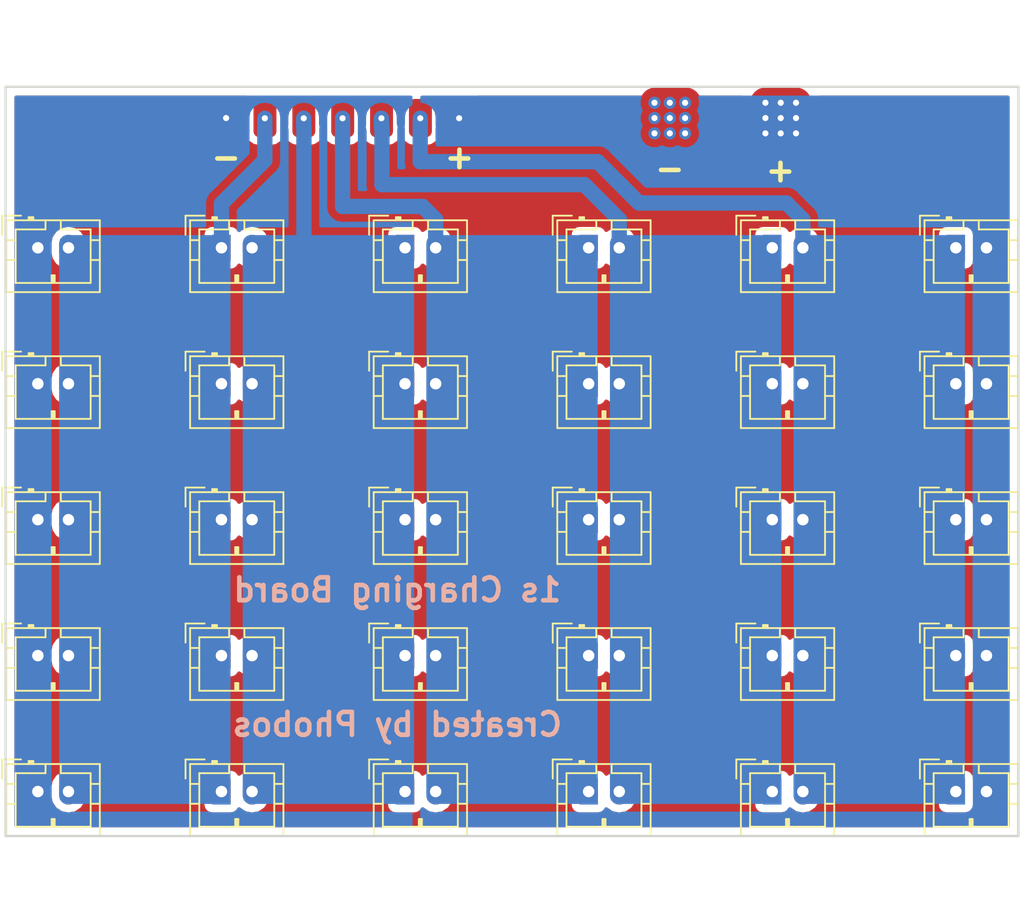
<source format=kicad_pcb>
(kicad_pcb (version 20171130) (host pcbnew "(5.0.2)-1")

  (general
    (thickness 1.6)
    (drawings 10)
    (tracks 49)
    (zones 0)
    (modules 7)
    (nets 8)
  )

  (page A4)
  (layers
    (0 F.Cu signal)
    (31 B.Cu signal)
    (32 B.Adhes user)
    (33 F.Adhes user)
    (34 B.Paste user)
    (35 F.Paste user)
    (36 B.SilkS user)
    (37 F.SilkS user)
    (38 B.Mask user)
    (39 F.Mask user)
    (40 Dwgs.User user)
    (41 Cmts.User user)
    (42 Eco1.User user)
    (43 Eco2.User user)
    (44 Edge.Cuts user)
    (45 Margin user)
    (46 B.CrtYd user)
    (47 F.CrtYd user)
    (48 B.Fab user)
    (49 F.Fab user)
  )

  (setup
    (last_trace_width 1)
    (user_trace_width 1)
    (user_trace_width 3)
    (trace_clearance 0.2)
    (zone_clearance 0.5)
    (zone_45_only no)
    (trace_min 0.2)
    (segment_width 0.2)
    (edge_width 0.15)
    (via_size 0.8)
    (via_drill 0.4)
    (via_min_size 0.4)
    (via_min_drill 0.3)
    (user_via 1.75 1)
    (user_via 4 3)
    (uvia_size 0.3)
    (uvia_drill 0.1)
    (uvias_allowed no)
    (uvia_min_size 0.2)
    (uvia_min_drill 0.1)
    (pcb_text_width 0.3)
    (pcb_text_size 1.5 1.5)
    (mod_edge_width 0.15)
    (mod_text_size 1 1)
    (mod_text_width 0.15)
    (pad_size 1.524 1.524)
    (pad_drill 0.762)
    (pad_to_mask_clearance 0.2)
    (solder_mask_min_width 0.25)
    (aux_axis_origin 0 0)
    (visible_elements 7FFFFFFF)
    (pcbplotparams
      (layerselection 0x010fc_ffffffff)
      (usegerberextensions false)
      (usegerberattributes false)
      (usegerberadvancedattributes false)
      (creategerberjobfile false)
      (excludeedgelayer true)
      (linewidth 0.100000)
      (plotframeref false)
      (viasonmask false)
      (mode 1)
      (useauxorigin false)
      (hpglpennumber 1)
      (hpglpenspeed 20)
      (hpglpendiameter 15.000000)
      (psnegative false)
      (psa4output false)
      (plotreference true)
      (plotvalue true)
      (plotinvisibletext false)
      (padsonsilk false)
      (subtractmaskfromsilk false)
      (outputformat 1)
      (mirror false)
      (drillshape 1)
      (scaleselection 1)
      (outputdirectory ""))
  )

  (net 0 "")
  (net 1 VCC)
  (net 2 GND)
  (net 3 "Net-(J1-Pad6)")
  (net 4 "Net-(J1-Pad2)")
  (net 5 "Net-(J1-Pad8)")
  (net 6 "Net-(J1-Pad10)")
  (net 7 "Net-(J1-Pad4)")

  (net_class Default "This is the default net class."
    (clearance 0.2)
    (trace_width 0.25)
    (via_dia 0.8)
    (via_drill 0.4)
    (uvia_dia 0.3)
    (uvia_drill 0.1)
    (add_net GND)
    (add_net "Net-(J1-Pad10)")
    (add_net "Net-(J1-Pad2)")
    (add_net "Net-(J1-Pad4)")
    (add_net "Net-(J1-Pad6)")
    (add_net "Net-(J1-Pad8)")
    (add_net VCC)
  )

  (module custom:ph2.0_6 (layer F.Cu) (tedit 5C7A8677) (tstamp 5C7B07DE)
    (at 80.01 120.19)
    (descr "JST PH series connector, B2B-PH-K, top entry type, through hole, Datasheet: http://www.jst-mfg.com/product/pdf/eng/ePH.pdf")
    (tags "connector jst ph")
    (path /5C7B37D6)
    (fp_text reference J7 (at 31 -4) (layer F.SilkS) hide
      (effects (font (size 1 1) (thickness 0.15)))
    )
    (fp_text value Conn_01x12_Male (at 31 7) (layer F.Fab)
      (effects (font (size 1 1) (thickness 0.15)))
    )
    (fp_line (start 61.5 -1.2) (end 61.5 -1.8) (layer F.SilkS) (width 0.12))
    (fp_line (start 57.95 -0.5) (end 58.55 -0.5) (layer F.SilkS) (width 0.12))
    (fp_line (start 58.9 -2.1) (end 57.65 -2.1) (layer F.SilkS) (width 0.12))
    (fp_line (start 57.55 -2.2) (end 57.55 3.3) (layer F.CrtYd) (width 0.05))
    (fp_line (start 64.45 -2.2) (end 57.55 -2.2) (layer F.CrtYd) (width 0.05))
    (fp_line (start 60.5 -1.8) (end 60.5 -1.2) (layer F.SilkS) (width 0.12))
    (fp_line (start 60.9 2.3) (end 60.9 1.8) (layer F.SilkS) (width 0.12))
    (fp_line (start 57.55 3.3) (end 64.45 3.3) (layer F.CrtYd) (width 0.05))
    (fp_line (start 63.95 2.8) (end 63.95 -1.7) (layer F.Fab) (width 0.1))
    (fp_line (start 57.65 -2.1) (end 57.65 -0.85) (layer F.SilkS) (width 0.12))
    (fp_line (start 59.4 -2) (end 59.4 -1.8) (layer F.SilkS) (width 0.12))
    (fp_line (start 58.55 2.3) (end 63.45 2.3) (layer F.SilkS) (width 0.12))
    (fp_line (start 57.95 -1.8) (end 57.95 2.9) (layer F.SilkS) (width 0.12))
    (fp_line (start 57.95 0.8) (end 58.55 0.8) (layer F.SilkS) (width 0.12))
    (fp_line (start 59.7 -1.9) (end 59.4 -1.9) (layer F.SilkS) (width 0.12))
    (fp_line (start 57.95 2.9) (end 64.05 2.9) (layer F.SilkS) (width 0.12))
    (fp_line (start 63.45 2.3) (end 63.45 -1.2) (layer F.SilkS) (width 0.12))
    (fp_line (start 60.5 -1.2) (end 58.55 -1.2) (layer F.SilkS) (width 0.12))
    (fp_line (start 58.05 2.8) (end 63.95 2.8) (layer F.Fab) (width 0.1))
    (fp_line (start 61.1 1.8) (end 61.1 2.3) (layer F.SilkS) (width 0.12))
    (fp_line (start 63.95 -1.7) (end 58.05 -1.7) (layer F.Fab) (width 0.1))
    (fp_line (start 64.05 -1.8) (end 57.95 -1.8) (layer F.SilkS) (width 0.12))
    (fp_line (start 63.45 -1.2) (end 61.5 -1.2) (layer F.SilkS) (width 0.12))
    (fp_line (start 58.9 -2.1) (end 57.65 -2.1) (layer F.Fab) (width 0.1))
    (fp_line (start 57.65 -2.1) (end 57.65 -0.85) (layer F.Fab) (width 0.1))
    (fp_line (start 58.05 -1.7) (end 58.05 2.8) (layer F.Fab) (width 0.1))
    (fp_line (start 61 2.3) (end 61 1.8) (layer F.SilkS) (width 0.12))
    (fp_line (start 59.7 -2) (end 59.4 -2) (layer F.SilkS) (width 0.12))
    (fp_line (start 64.05 0.8) (end 63.45 0.8) (layer F.SilkS) (width 0.12))
    (fp_line (start 59.7 -1.8) (end 59.7 -2) (layer F.SilkS) (width 0.12))
    (fp_line (start 64.45 3.3) (end 64.45 -2.2) (layer F.CrtYd) (width 0.05))
    (fp_line (start 60.9 1.8) (end 61.1 1.8) (layer F.SilkS) (width 0.12))
    (fp_line (start 64.05 2.9) (end 64.05 -1.8) (layer F.SilkS) (width 0.12))
    (fp_line (start 64.05 -0.5) (end 63.45 -0.5) (layer F.SilkS) (width 0.12))
    (fp_line (start 58.55 -1.2) (end 58.55 2.3) (layer F.SilkS) (width 0.12))
    (fp_line (start 45.95 -0.5) (end 46.55 -0.5) (layer F.SilkS) (width 0.12))
    (fp_line (start 45.55 -2.2) (end 45.55 3.3) (layer F.CrtYd) (width 0.05))
    (fp_line (start 46.9 -2.1) (end 45.65 -2.1) (layer F.SilkS) (width 0.12))
    (fp_line (start 45.55 3.3) (end 52.45 3.3) (layer F.CrtYd) (width 0.05))
    (fp_line (start 49.5 -1.2) (end 49.5 -1.8) (layer F.SilkS) (width 0.12))
    (fp_line (start 48.5 -1.8) (end 48.5 -1.2) (layer F.SilkS) (width 0.12))
    (fp_line (start 52.45 -2.2) (end 45.55 -2.2) (layer F.CrtYd) (width 0.05))
    (fp_line (start 48.9 2.3) (end 48.9 1.8) (layer F.SilkS) (width 0.12))
    (fp_line (start 51.95 2.8) (end 51.95 -1.7) (layer F.Fab) (width 0.1))
    (fp_line (start 51.45 2.3) (end 51.45 -1.2) (layer F.SilkS) (width 0.12))
    (fp_line (start 46.05 2.8) (end 51.95 2.8) (layer F.Fab) (width 0.1))
    (fp_line (start 49.1 1.8) (end 49.1 2.3) (layer F.SilkS) (width 0.12))
    (fp_line (start 51.95 -1.7) (end 46.05 -1.7) (layer F.Fab) (width 0.1))
    (fp_line (start 51.45 -1.2) (end 49.5 -1.2) (layer F.SilkS) (width 0.12))
    (fp_line (start 46.9 -2.1) (end 45.65 -2.1) (layer F.Fab) (width 0.1))
    (fp_line (start 45.65 -2.1) (end 45.65 -0.85) (layer F.Fab) (width 0.1))
    (fp_line (start 46.05 -1.7) (end 46.05 2.8) (layer F.Fab) (width 0.1))
    (fp_line (start 49 2.3) (end 49 1.8) (layer F.SilkS) (width 0.12))
    (fp_line (start 47.7 -2) (end 47.4 -2) (layer F.SilkS) (width 0.12))
    (fp_line (start 52.05 0.8) (end 51.45 0.8) (layer F.SilkS) (width 0.12))
    (fp_line (start 48.5 -1.2) (end 46.55 -1.2) (layer F.SilkS) (width 0.12))
    (fp_line (start 47.7 -1.8) (end 47.7 -2) (layer F.SilkS) (width 0.12))
    (fp_line (start 52.05 2.9) (end 52.05 -1.8) (layer F.SilkS) (width 0.12))
    (fp_line (start 52.45 3.3) (end 52.45 -2.2) (layer F.CrtYd) (width 0.05))
    (fp_line (start 48.9 1.8) (end 49.1 1.8) (layer F.SilkS) (width 0.12))
    (fp_line (start 52.05 -0.5) (end 51.45 -0.5) (layer F.SilkS) (width 0.12))
    (fp_line (start 52.05 -1.8) (end 45.95 -1.8) (layer F.SilkS) (width 0.12))
    (fp_line (start 46.55 -1.2) (end 46.55 2.3) (layer F.SilkS) (width 0.12))
    (fp_line (start 45.95 2.9) (end 52.05 2.9) (layer F.SilkS) (width 0.12))
    (fp_line (start 46.55 2.3) (end 51.45 2.3) (layer F.SilkS) (width 0.12))
    (fp_line (start 45.65 -2.1) (end 45.65 -0.85) (layer F.SilkS) (width 0.12))
    (fp_line (start 45.95 0.8) (end 46.55 0.8) (layer F.SilkS) (width 0.12))
    (fp_line (start 47.7 -1.9) (end 47.4 -1.9) (layer F.SilkS) (width 0.12))
    (fp_line (start 45.95 -1.8) (end 45.95 2.9) (layer F.SilkS) (width 0.12))
    (fp_line (start 47.4 -2) (end 47.4 -1.8) (layer F.SilkS) (width 0.12))
    (fp_line (start 39.95 -1.7) (end 34.05 -1.7) (layer F.Fab) (width 0.1))
    (fp_line (start 33.55 3.3) (end 40.45 3.3) (layer F.CrtYd) (width 0.05))
    (fp_line (start 36.9 2.3) (end 36.9 1.8) (layer F.SilkS) (width 0.12))
    (fp_line (start 40.45 -2.2) (end 33.55 -2.2) (layer F.CrtYd) (width 0.05))
    (fp_line (start 37.1 1.8) (end 37.1 2.3) (layer F.SilkS) (width 0.12))
    (fp_line (start 33.55 -2.2) (end 33.55 3.3) (layer F.CrtYd) (width 0.05))
    (fp_line (start 34.05 2.8) (end 39.95 2.8) (layer F.Fab) (width 0.1))
    (fp_line (start 37.5 -1.2) (end 37.5 -1.8) (layer F.SilkS) (width 0.12))
    (fp_line (start 34.9 -2.1) (end 33.65 -2.1) (layer F.SilkS) (width 0.12))
    (fp_line (start 39.45 2.3) (end 39.45 -1.2) (layer F.SilkS) (width 0.12))
    (fp_line (start 33.95 -0.5) (end 34.55 -0.5) (layer F.SilkS) (width 0.12))
    (fp_line (start 39.45 -1.2) (end 37.5 -1.2) (layer F.SilkS) (width 0.12))
    (fp_line (start 39.95 2.8) (end 39.95 -1.7) (layer F.Fab) (width 0.1))
    (fp_line (start 36.5 -1.8) (end 36.5 -1.2) (layer F.SilkS) (width 0.12))
    (fp_line (start 33.65 -2.1) (end 33.65 -0.85) (layer F.Fab) (width 0.1))
    (fp_line (start 37 2.3) (end 37 1.8) (layer F.SilkS) (width 0.12))
    (fp_line (start 35.7 -2) (end 35.4 -2) (layer F.SilkS) (width 0.12))
    (fp_line (start 40.05 0.8) (end 39.45 0.8) (layer F.SilkS) (width 0.12))
    (fp_line (start 34.9 -2.1) (end 33.65 -2.1) (layer F.Fab) (width 0.1))
    (fp_line (start 34.05 -1.7) (end 34.05 2.8) (layer F.Fab) (width 0.1))
    (fp_line (start 40.45 3.3) (end 40.45 -2.2) (layer F.CrtYd) (width 0.05))
    (fp_line (start 36.9 1.8) (end 37.1 1.8) (layer F.SilkS) (width 0.12))
    (fp_line (start 33.95 2.9) (end 40.05 2.9) (layer F.SilkS) (width 0.12))
    (fp_line (start 34.55 2.3) (end 39.45 2.3) (layer F.SilkS) (width 0.12))
    (fp_line (start 33.65 -2.1) (end 33.65 -0.85) (layer F.SilkS) (width 0.12))
    (fp_line (start 33.95 0.8) (end 34.55 0.8) (layer F.SilkS) (width 0.12))
    (fp_line (start 35.4 -2) (end 35.4 -1.8) (layer F.SilkS) (width 0.12))
    (fp_line (start 40.05 -0.5) (end 39.45 -0.5) (layer F.SilkS) (width 0.12))
    (fp_line (start 34.55 -1.2) (end 34.55 2.3) (layer F.SilkS) (width 0.12))
    (fp_line (start 40.05 -1.8) (end 33.95 -1.8) (layer F.SilkS) (width 0.12))
    (fp_line (start 35.7 -1.9) (end 35.4 -1.9) (layer F.SilkS) (width 0.12))
    (fp_line (start 36.5 -1.2) (end 34.55 -1.2) (layer F.SilkS) (width 0.12))
    (fp_line (start 40.05 2.9) (end 40.05 -1.8) (layer F.SilkS) (width 0.12))
    (fp_line (start 35.7 -1.8) (end 35.7 -2) (layer F.SilkS) (width 0.12))
    (fp_line (start 33.95 -1.8) (end 33.95 2.9) (layer F.SilkS) (width 0.12))
    (fp_line (start 27.95 -1.7) (end 22.05 -1.7) (layer F.Fab) (width 0.1))
    (fp_line (start 25.1 1.8) (end 25.1 2.3) (layer F.SilkS) (width 0.12))
    (fp_line (start 24.9 2.3) (end 24.9 1.8) (layer F.SilkS) (width 0.12))
    (fp_line (start 21.55 3.3) (end 28.45 3.3) (layer F.CrtYd) (width 0.05))
    (fp_line (start 21.55 -2.2) (end 21.55 3.3) (layer F.CrtYd) (width 0.05))
    (fp_line (start 28.45 -2.2) (end 21.55 -2.2) (layer F.CrtYd) (width 0.05))
    (fp_line (start 22.05 2.8) (end 27.95 2.8) (layer F.Fab) (width 0.1))
    (fp_line (start 27.45 2.3) (end 27.45 -1.2) (layer F.SilkS) (width 0.12))
    (fp_line (start 21.95 -0.5) (end 22.55 -0.5) (layer F.SilkS) (width 0.12))
    (fp_line (start 27.45 -1.2) (end 25.5 -1.2) (layer F.SilkS) (width 0.12))
    (fp_line (start 22.55 2.3) (end 27.45 2.3) (layer F.SilkS) (width 0.12))
    (fp_line (start 24.5 -1.8) (end 24.5 -1.2) (layer F.SilkS) (width 0.12))
    (fp_line (start 25 2.3) (end 25 1.8) (layer F.SilkS) (width 0.12))
    (fp_line (start 21.95 0.8) (end 22.55 0.8) (layer F.SilkS) (width 0.12))
    (fp_line (start 23.4 -2) (end 23.4 -1.8) (layer F.SilkS) (width 0.12))
    (fp_line (start 22.55 -1.2) (end 22.55 2.3) (layer F.SilkS) (width 0.12))
    (fp_line (start 21.65 -2.1) (end 21.65 -0.85) (layer F.Fab) (width 0.1))
    (fp_line (start 23.7 -2) (end 23.4 -2) (layer F.SilkS) (width 0.12))
    (fp_line (start 28.05 0.8) (end 27.45 0.8) (layer F.SilkS) (width 0.12))
    (fp_line (start 28.05 -1.8) (end 21.95 -1.8) (layer F.SilkS) (width 0.12))
    (fp_line (start 23.7 -1.9) (end 23.4 -1.9) (layer F.SilkS) (width 0.12))
    (fp_line (start 28.05 -0.5) (end 27.45 -0.5) (layer F.SilkS) (width 0.12))
    (fp_line (start 22.9 -2.1) (end 21.65 -2.1) (layer F.Fab) (width 0.1))
    (fp_line (start 25.5 -1.2) (end 25.5 -1.8) (layer F.SilkS) (width 0.12))
    (fp_line (start 22.05 -1.7) (end 22.05 2.8) (layer F.Fab) (width 0.1))
    (fp_line (start 24.5 -1.2) (end 22.55 -1.2) (layer F.SilkS) (width 0.12))
    (fp_line (start 28.05 2.9) (end 28.05 -1.8) (layer F.SilkS) (width 0.12))
    (fp_line (start 21.95 2.9) (end 28.05 2.9) (layer F.SilkS) (width 0.12))
    (fp_line (start 28.45 3.3) (end 28.45 -2.2) (layer F.CrtYd) (width 0.05))
    (fp_line (start 24.9 1.8) (end 25.1 1.8) (layer F.SilkS) (width 0.12))
    (fp_line (start 23.7 -1.8) (end 23.7 -2) (layer F.SilkS) (width 0.12))
    (fp_line (start 27.95 2.8) (end 27.95 -1.7) (layer F.Fab) (width 0.1))
    (fp_line (start 22.9 -2.1) (end 21.65 -2.1) (layer F.SilkS) (width 0.12))
    (fp_line (start 21.95 -1.8) (end 21.95 2.9) (layer F.SilkS) (width 0.12))
    (fp_line (start 21.65 -2.1) (end 21.65 -0.85) (layer F.SilkS) (width 0.12))
    (fp_line (start 16.45 3.3) (end 16.45 -2.2) (layer F.CrtYd) (width 0.05))
    (fp_line (start 9.55 -2.2) (end 9.55 3.3) (layer F.CrtYd) (width 0.05))
    (fp_line (start 16.45 -2.2) (end 9.55 -2.2) (layer F.CrtYd) (width 0.05))
    (fp_line (start 9.55 3.3) (end 16.45 3.3) (layer F.CrtYd) (width 0.05))
    (fp_line (start 10.05 2.8) (end 15.95 2.8) (layer F.Fab) (width 0.1))
    (fp_line (start 15.45 2.3) (end 15.45 -1.2) (layer F.SilkS) (width 0.12))
    (fp_line (start 9.95 -0.5) (end 10.55 -0.5) (layer F.SilkS) (width 0.12))
    (fp_line (start 9.65 -2.1) (end 9.65 -0.85) (layer F.Fab) (width 0.1))
    (fp_line (start 12.9 1.8) (end 13.1 1.8) (layer F.SilkS) (width 0.12))
    (fp_line (start 11.7 -2) (end 11.4 -2) (layer F.SilkS) (width 0.12))
    (fp_line (start 11.7 -1.8) (end 11.7 -2) (layer F.SilkS) (width 0.12))
    (fp_line (start 16.05 0.8) (end 15.45 0.8) (layer F.SilkS) (width 0.12))
    (fp_line (start 9.65 -2.1) (end 9.65 -0.85) (layer F.SilkS) (width 0.12))
    (fp_line (start 15.45 -1.2) (end 13.5 -1.2) (layer F.SilkS) (width 0.12))
    (fp_line (start 10.9 -2.1) (end 9.65 -2.1) (layer F.SilkS) (width 0.12))
    (fp_line (start 10.55 2.3) (end 15.45 2.3) (layer F.SilkS) (width 0.12))
    (fp_line (start 13 2.3) (end 13 1.8) (layer F.SilkS) (width 0.12))
    (fp_line (start 13.1 1.8) (end 13.1 2.3) (layer F.SilkS) (width 0.12))
    (fp_line (start 12.9 2.3) (end 12.9 1.8) (layer F.SilkS) (width 0.12))
    (fp_line (start 11.7 -1.9) (end 11.4 -1.9) (layer F.SilkS) (width 0.12))
    (fp_line (start 11.4 -2) (end 11.4 -1.8) (layer F.SilkS) (width 0.12))
    (fp_line (start 16.05 -0.5) (end 15.45 -0.5) (layer F.SilkS) (width 0.12))
    (fp_line (start 13.5 -1.2) (end 13.5 -1.8) (layer F.SilkS) (width 0.12))
    (fp_line (start 10.9 -2.1) (end 9.65 -2.1) (layer F.Fab) (width 0.1))
    (fp_line (start 9.95 0.8) (end 10.55 0.8) (layer F.SilkS) (width 0.12))
    (fp_line (start 10.55 -1.2) (end 10.55 2.3) (layer F.SilkS) (width 0.12))
    (fp_line (start 15.95 -1.7) (end 10.05 -1.7) (layer F.Fab) (width 0.1))
    (fp_line (start 10.05 -1.7) (end 10.05 2.8) (layer F.Fab) (width 0.1))
    (fp_line (start 15.95 2.8) (end 15.95 -1.7) (layer F.Fab) (width 0.1))
    (fp_line (start 12.5 -1.8) (end 12.5 -1.2) (layer F.SilkS) (width 0.12))
    (fp_line (start 12.5 -1.2) (end 10.55 -1.2) (layer F.SilkS) (width 0.12))
    (fp_line (start 16.05 -1.8) (end 9.95 -1.8) (layer F.SilkS) (width 0.12))
    (fp_line (start 9.95 -1.8) (end 9.95 2.9) (layer F.SilkS) (width 0.12))
    (fp_line (start 16.05 2.9) (end 16.05 -1.8) (layer F.SilkS) (width 0.12))
    (fp_line (start 9.95 2.9) (end 16.05 2.9) (layer F.SilkS) (width 0.12))
    (fp_text user %R (at 31 5) (layer F.Fab)
      (effects (font (size 1 1) (thickness 0.15)))
    )
    (fp_line (start 4.45 -2.2) (end -2.45 -2.2) (layer F.CrtYd) (width 0.05))
    (fp_line (start 4.45 3.3) (end 4.45 -2.2) (layer F.CrtYd) (width 0.05))
    (fp_line (start -2.45 3.3) (end 4.45 3.3) (layer F.CrtYd) (width 0.05))
    (fp_line (start -2.45 -2.2) (end -2.45 3.3) (layer F.CrtYd) (width 0.05))
    (fp_line (start 3.95 -1.7) (end -1.95 -1.7) (layer F.Fab) (width 0.1))
    (fp_line (start 3.95 2.8) (end 3.95 -1.7) (layer F.Fab) (width 0.1))
    (fp_line (start -1.95 2.8) (end 3.95 2.8) (layer F.Fab) (width 0.1))
    (fp_line (start -1.95 -1.7) (end -1.95 2.8) (layer F.Fab) (width 0.1))
    (fp_line (start -2.35 -2.1) (end -2.35 -0.85) (layer F.Fab) (width 0.1))
    (fp_line (start -1.1 -2.1) (end -2.35 -2.1) (layer F.Fab) (width 0.1))
    (fp_line (start -2.35 -2.1) (end -2.35 -0.85) (layer F.SilkS) (width 0.12))
    (fp_line (start -1.1 -2.1) (end -2.35 -2.1) (layer F.SilkS) (width 0.12))
    (fp_line (start 1 2.3) (end 1 1.8) (layer F.SilkS) (width 0.12))
    (fp_line (start 1.1 1.8) (end 1.1 2.3) (layer F.SilkS) (width 0.12))
    (fp_line (start 0.9 1.8) (end 1.1 1.8) (layer F.SilkS) (width 0.12))
    (fp_line (start 0.9 2.3) (end 0.9 1.8) (layer F.SilkS) (width 0.12))
    (fp_line (start -0.3 -1.9) (end -0.6 -1.9) (layer F.SilkS) (width 0.12))
    (fp_line (start -0.6 -2) (end -0.6 -1.8) (layer F.SilkS) (width 0.12))
    (fp_line (start -0.3 -2) (end -0.6 -2) (layer F.SilkS) (width 0.12))
    (fp_line (start -0.3 -1.8) (end -0.3 -2) (layer F.SilkS) (width 0.12))
    (fp_line (start 4.05 0.8) (end 3.45 0.8) (layer F.SilkS) (width 0.12))
    (fp_line (start 4.05 -0.5) (end 3.45 -0.5) (layer F.SilkS) (width 0.12))
    (fp_line (start -2.05 0.8) (end -1.45 0.8) (layer F.SilkS) (width 0.12))
    (fp_line (start -2.05 -0.5) (end -1.45 -0.5) (layer F.SilkS) (width 0.12))
    (fp_line (start 1.5 -1.2) (end 1.5 -1.8) (layer F.SilkS) (width 0.12))
    (fp_line (start 3.45 -1.2) (end 1.5 -1.2) (layer F.SilkS) (width 0.12))
    (fp_line (start 3.45 2.3) (end 3.45 -1.2) (layer F.SilkS) (width 0.12))
    (fp_line (start -1.45 2.3) (end 3.45 2.3) (layer F.SilkS) (width 0.12))
    (fp_line (start -1.45 -1.2) (end -1.45 2.3) (layer F.SilkS) (width 0.12))
    (fp_line (start 0.5 -1.2) (end -1.45 -1.2) (layer F.SilkS) (width 0.12))
    (fp_line (start 0.5 -1.8) (end 0.5 -1.2) (layer F.SilkS) (width 0.12))
    (fp_line (start 4.05 -1.8) (end -2.05 -1.8) (layer F.SilkS) (width 0.12))
    (fp_line (start 4.05 2.9) (end 4.05 -1.8) (layer F.SilkS) (width 0.12))
    (fp_line (start -2.05 2.9) (end 4.05 2.9) (layer F.SilkS) (width 0.12))
    (fp_line (start -2.05 -1.8) (end -2.05 2.9) (layer F.SilkS) (width 0.12))
    (pad 11 thru_hole rect (at 60 0) (size 1.2 1.7) (drill 0.75) (layers *.Cu *.Mask)
      (net 6 "Net-(J1-Pad10)"))
    (pad 12 thru_hole oval (at 62 0) (size 1.2 1.7) (drill 0.75) (layers *.Cu *.Mask)
      (net 1 VCC))
    (pad 9 thru_hole rect (at 48 0) (size 1.2 1.7) (drill 0.75) (layers *.Cu *.Mask)
      (net 5 "Net-(J1-Pad8)"))
    (pad 10 thru_hole oval (at 50 0) (size 1.2 1.7) (drill 0.75) (layers *.Cu *.Mask)
      (net 6 "Net-(J1-Pad10)"))
    (pad 7 thru_hole rect (at 36 0) (size 1.2 1.7) (drill 0.75) (layers *.Cu *.Mask)
      (net 3 "Net-(J1-Pad6)"))
    (pad 8 thru_hole oval (at 38 0) (size 1.2 1.7) (drill 0.75) (layers *.Cu *.Mask)
      (net 5 "Net-(J1-Pad8)"))
    (pad 6 thru_hole oval (at 26 0) (size 1.2 1.7) (drill 0.75) (layers *.Cu *.Mask)
      (net 3 "Net-(J1-Pad6)"))
    (pad 5 thru_hole rect (at 24 0) (size 1.2 1.7) (drill 0.75) (layers *.Cu *.Mask)
      (net 7 "Net-(J1-Pad4)"))
    (pad 4 thru_hole oval (at 14 0) (size 1.2 1.7) (drill 0.75) (layers *.Cu *.Mask)
      (net 7 "Net-(J1-Pad4)"))
    (pad 3 thru_hole rect (at 12 0) (size 1.2 1.7) (drill 0.75) (layers *.Cu *.Mask)
      (net 4 "Net-(J1-Pad2)"))
    (pad 2 thru_hole oval (at 2 0) (size 1.2 1.7) (drill 0.75) (layers *.Cu *.Mask)
      (net 4 "Net-(J1-Pad2)"))
    (pad 1 thru_hole rect (at 0 0) (size 1.2 1.7) (drill 0.75) (layers *.Cu *.Mask)
      (net 2 GND))
    (model ${KISYS3DMOD}/Connectors_JST.3dshapes/JST_PH_B2B-PH-K_02x2.00mm_Straight.wrl
      (at (xyz 0 0 0))
      (scale (xyz 1 1 1))
      (rotate (xyz 0 0 0))
    )
  )

  (module custom:ph2.0_6 (layer F.Cu) (tedit 5C7A8677) (tstamp 5C7B06FB)
    (at 80.01 111.3)
    (descr "JST PH series connector, B2B-PH-K, top entry type, through hole, Datasheet: http://www.jst-mfg.com/product/pdf/eng/ePH.pdf")
    (tags "connector jst ph")
    (path /5C7B37A8)
    (fp_text reference J4 (at 31 -4) (layer F.SilkS) hide
      (effects (font (size 1 1) (thickness 0.15)))
    )
    (fp_text value Conn_01x12_Male (at 31 7) (layer F.Fab)
      (effects (font (size 1 1) (thickness 0.15)))
    )
    (fp_line (start -2.05 -1.8) (end -2.05 2.9) (layer F.SilkS) (width 0.12))
    (fp_line (start -2.05 2.9) (end 4.05 2.9) (layer F.SilkS) (width 0.12))
    (fp_line (start 4.05 2.9) (end 4.05 -1.8) (layer F.SilkS) (width 0.12))
    (fp_line (start 4.05 -1.8) (end -2.05 -1.8) (layer F.SilkS) (width 0.12))
    (fp_line (start 0.5 -1.8) (end 0.5 -1.2) (layer F.SilkS) (width 0.12))
    (fp_line (start 0.5 -1.2) (end -1.45 -1.2) (layer F.SilkS) (width 0.12))
    (fp_line (start -1.45 -1.2) (end -1.45 2.3) (layer F.SilkS) (width 0.12))
    (fp_line (start -1.45 2.3) (end 3.45 2.3) (layer F.SilkS) (width 0.12))
    (fp_line (start 3.45 2.3) (end 3.45 -1.2) (layer F.SilkS) (width 0.12))
    (fp_line (start 3.45 -1.2) (end 1.5 -1.2) (layer F.SilkS) (width 0.12))
    (fp_line (start 1.5 -1.2) (end 1.5 -1.8) (layer F.SilkS) (width 0.12))
    (fp_line (start -2.05 -0.5) (end -1.45 -0.5) (layer F.SilkS) (width 0.12))
    (fp_line (start -2.05 0.8) (end -1.45 0.8) (layer F.SilkS) (width 0.12))
    (fp_line (start 4.05 -0.5) (end 3.45 -0.5) (layer F.SilkS) (width 0.12))
    (fp_line (start 4.05 0.8) (end 3.45 0.8) (layer F.SilkS) (width 0.12))
    (fp_line (start -0.3 -1.8) (end -0.3 -2) (layer F.SilkS) (width 0.12))
    (fp_line (start -0.3 -2) (end -0.6 -2) (layer F.SilkS) (width 0.12))
    (fp_line (start -0.6 -2) (end -0.6 -1.8) (layer F.SilkS) (width 0.12))
    (fp_line (start -0.3 -1.9) (end -0.6 -1.9) (layer F.SilkS) (width 0.12))
    (fp_line (start 0.9 2.3) (end 0.9 1.8) (layer F.SilkS) (width 0.12))
    (fp_line (start 0.9 1.8) (end 1.1 1.8) (layer F.SilkS) (width 0.12))
    (fp_line (start 1.1 1.8) (end 1.1 2.3) (layer F.SilkS) (width 0.12))
    (fp_line (start 1 2.3) (end 1 1.8) (layer F.SilkS) (width 0.12))
    (fp_line (start -1.1 -2.1) (end -2.35 -2.1) (layer F.SilkS) (width 0.12))
    (fp_line (start -2.35 -2.1) (end -2.35 -0.85) (layer F.SilkS) (width 0.12))
    (fp_line (start -1.1 -2.1) (end -2.35 -2.1) (layer F.Fab) (width 0.1))
    (fp_line (start -2.35 -2.1) (end -2.35 -0.85) (layer F.Fab) (width 0.1))
    (fp_line (start -1.95 -1.7) (end -1.95 2.8) (layer F.Fab) (width 0.1))
    (fp_line (start -1.95 2.8) (end 3.95 2.8) (layer F.Fab) (width 0.1))
    (fp_line (start 3.95 2.8) (end 3.95 -1.7) (layer F.Fab) (width 0.1))
    (fp_line (start 3.95 -1.7) (end -1.95 -1.7) (layer F.Fab) (width 0.1))
    (fp_line (start -2.45 -2.2) (end -2.45 3.3) (layer F.CrtYd) (width 0.05))
    (fp_line (start -2.45 3.3) (end 4.45 3.3) (layer F.CrtYd) (width 0.05))
    (fp_line (start 4.45 3.3) (end 4.45 -2.2) (layer F.CrtYd) (width 0.05))
    (fp_line (start 4.45 -2.2) (end -2.45 -2.2) (layer F.CrtYd) (width 0.05))
    (fp_text user %R (at 31 5) (layer F.Fab)
      (effects (font (size 1 1) (thickness 0.15)))
    )
    (fp_line (start 9.95 2.9) (end 16.05 2.9) (layer F.SilkS) (width 0.12))
    (fp_line (start 16.05 2.9) (end 16.05 -1.8) (layer F.SilkS) (width 0.12))
    (fp_line (start 9.95 -1.8) (end 9.95 2.9) (layer F.SilkS) (width 0.12))
    (fp_line (start 16.05 -1.8) (end 9.95 -1.8) (layer F.SilkS) (width 0.12))
    (fp_line (start 12.5 -1.2) (end 10.55 -1.2) (layer F.SilkS) (width 0.12))
    (fp_line (start 12.5 -1.8) (end 12.5 -1.2) (layer F.SilkS) (width 0.12))
    (fp_line (start 15.95 2.8) (end 15.95 -1.7) (layer F.Fab) (width 0.1))
    (fp_line (start 10.05 -1.7) (end 10.05 2.8) (layer F.Fab) (width 0.1))
    (fp_line (start 15.95 -1.7) (end 10.05 -1.7) (layer F.Fab) (width 0.1))
    (fp_line (start 10.55 -1.2) (end 10.55 2.3) (layer F.SilkS) (width 0.12))
    (fp_line (start 9.95 0.8) (end 10.55 0.8) (layer F.SilkS) (width 0.12))
    (fp_line (start 10.9 -2.1) (end 9.65 -2.1) (layer F.Fab) (width 0.1))
    (fp_line (start 13.5 -1.2) (end 13.5 -1.8) (layer F.SilkS) (width 0.12))
    (fp_line (start 16.05 -0.5) (end 15.45 -0.5) (layer F.SilkS) (width 0.12))
    (fp_line (start 11.4 -2) (end 11.4 -1.8) (layer F.SilkS) (width 0.12))
    (fp_line (start 11.7 -1.9) (end 11.4 -1.9) (layer F.SilkS) (width 0.12))
    (fp_line (start 12.9 2.3) (end 12.9 1.8) (layer F.SilkS) (width 0.12))
    (fp_line (start 13.1 1.8) (end 13.1 2.3) (layer F.SilkS) (width 0.12))
    (fp_line (start 13 2.3) (end 13 1.8) (layer F.SilkS) (width 0.12))
    (fp_line (start 10.55 2.3) (end 15.45 2.3) (layer F.SilkS) (width 0.12))
    (fp_line (start 10.9 -2.1) (end 9.65 -2.1) (layer F.SilkS) (width 0.12))
    (fp_line (start 15.45 -1.2) (end 13.5 -1.2) (layer F.SilkS) (width 0.12))
    (fp_line (start 9.65 -2.1) (end 9.65 -0.85) (layer F.SilkS) (width 0.12))
    (fp_line (start 16.05 0.8) (end 15.45 0.8) (layer F.SilkS) (width 0.12))
    (fp_line (start 11.7 -1.8) (end 11.7 -2) (layer F.SilkS) (width 0.12))
    (fp_line (start 11.7 -2) (end 11.4 -2) (layer F.SilkS) (width 0.12))
    (fp_line (start 12.9 1.8) (end 13.1 1.8) (layer F.SilkS) (width 0.12))
    (fp_line (start 9.65 -2.1) (end 9.65 -0.85) (layer F.Fab) (width 0.1))
    (fp_line (start 9.95 -0.5) (end 10.55 -0.5) (layer F.SilkS) (width 0.12))
    (fp_line (start 15.45 2.3) (end 15.45 -1.2) (layer F.SilkS) (width 0.12))
    (fp_line (start 10.05 2.8) (end 15.95 2.8) (layer F.Fab) (width 0.1))
    (fp_line (start 9.55 3.3) (end 16.45 3.3) (layer F.CrtYd) (width 0.05))
    (fp_line (start 16.45 -2.2) (end 9.55 -2.2) (layer F.CrtYd) (width 0.05))
    (fp_line (start 9.55 -2.2) (end 9.55 3.3) (layer F.CrtYd) (width 0.05))
    (fp_line (start 16.45 3.3) (end 16.45 -2.2) (layer F.CrtYd) (width 0.05))
    (fp_line (start 21.65 -2.1) (end 21.65 -0.85) (layer F.SilkS) (width 0.12))
    (fp_line (start 21.95 -1.8) (end 21.95 2.9) (layer F.SilkS) (width 0.12))
    (fp_line (start 22.9 -2.1) (end 21.65 -2.1) (layer F.SilkS) (width 0.12))
    (fp_line (start 27.95 2.8) (end 27.95 -1.7) (layer F.Fab) (width 0.1))
    (fp_line (start 23.7 -1.8) (end 23.7 -2) (layer F.SilkS) (width 0.12))
    (fp_line (start 24.9 1.8) (end 25.1 1.8) (layer F.SilkS) (width 0.12))
    (fp_line (start 28.45 3.3) (end 28.45 -2.2) (layer F.CrtYd) (width 0.05))
    (fp_line (start 21.95 2.9) (end 28.05 2.9) (layer F.SilkS) (width 0.12))
    (fp_line (start 28.05 2.9) (end 28.05 -1.8) (layer F.SilkS) (width 0.12))
    (fp_line (start 24.5 -1.2) (end 22.55 -1.2) (layer F.SilkS) (width 0.12))
    (fp_line (start 22.05 -1.7) (end 22.05 2.8) (layer F.Fab) (width 0.1))
    (fp_line (start 25.5 -1.2) (end 25.5 -1.8) (layer F.SilkS) (width 0.12))
    (fp_line (start 22.9 -2.1) (end 21.65 -2.1) (layer F.Fab) (width 0.1))
    (fp_line (start 28.05 -0.5) (end 27.45 -0.5) (layer F.SilkS) (width 0.12))
    (fp_line (start 23.7 -1.9) (end 23.4 -1.9) (layer F.SilkS) (width 0.12))
    (fp_line (start 28.05 -1.8) (end 21.95 -1.8) (layer F.SilkS) (width 0.12))
    (fp_line (start 28.05 0.8) (end 27.45 0.8) (layer F.SilkS) (width 0.12))
    (fp_line (start 23.7 -2) (end 23.4 -2) (layer F.SilkS) (width 0.12))
    (fp_line (start 21.65 -2.1) (end 21.65 -0.85) (layer F.Fab) (width 0.1))
    (fp_line (start 22.55 -1.2) (end 22.55 2.3) (layer F.SilkS) (width 0.12))
    (fp_line (start 23.4 -2) (end 23.4 -1.8) (layer F.SilkS) (width 0.12))
    (fp_line (start 21.95 0.8) (end 22.55 0.8) (layer F.SilkS) (width 0.12))
    (fp_line (start 25 2.3) (end 25 1.8) (layer F.SilkS) (width 0.12))
    (fp_line (start 24.5 -1.8) (end 24.5 -1.2) (layer F.SilkS) (width 0.12))
    (fp_line (start 22.55 2.3) (end 27.45 2.3) (layer F.SilkS) (width 0.12))
    (fp_line (start 27.45 -1.2) (end 25.5 -1.2) (layer F.SilkS) (width 0.12))
    (fp_line (start 21.95 -0.5) (end 22.55 -0.5) (layer F.SilkS) (width 0.12))
    (fp_line (start 27.45 2.3) (end 27.45 -1.2) (layer F.SilkS) (width 0.12))
    (fp_line (start 22.05 2.8) (end 27.95 2.8) (layer F.Fab) (width 0.1))
    (fp_line (start 28.45 -2.2) (end 21.55 -2.2) (layer F.CrtYd) (width 0.05))
    (fp_line (start 21.55 -2.2) (end 21.55 3.3) (layer F.CrtYd) (width 0.05))
    (fp_line (start 21.55 3.3) (end 28.45 3.3) (layer F.CrtYd) (width 0.05))
    (fp_line (start 24.9 2.3) (end 24.9 1.8) (layer F.SilkS) (width 0.12))
    (fp_line (start 25.1 1.8) (end 25.1 2.3) (layer F.SilkS) (width 0.12))
    (fp_line (start 27.95 -1.7) (end 22.05 -1.7) (layer F.Fab) (width 0.1))
    (fp_line (start 33.95 -1.8) (end 33.95 2.9) (layer F.SilkS) (width 0.12))
    (fp_line (start 35.7 -1.8) (end 35.7 -2) (layer F.SilkS) (width 0.12))
    (fp_line (start 40.05 2.9) (end 40.05 -1.8) (layer F.SilkS) (width 0.12))
    (fp_line (start 36.5 -1.2) (end 34.55 -1.2) (layer F.SilkS) (width 0.12))
    (fp_line (start 35.7 -1.9) (end 35.4 -1.9) (layer F.SilkS) (width 0.12))
    (fp_line (start 40.05 -1.8) (end 33.95 -1.8) (layer F.SilkS) (width 0.12))
    (fp_line (start 34.55 -1.2) (end 34.55 2.3) (layer F.SilkS) (width 0.12))
    (fp_line (start 40.05 -0.5) (end 39.45 -0.5) (layer F.SilkS) (width 0.12))
    (fp_line (start 35.4 -2) (end 35.4 -1.8) (layer F.SilkS) (width 0.12))
    (fp_line (start 33.95 0.8) (end 34.55 0.8) (layer F.SilkS) (width 0.12))
    (fp_line (start 33.65 -2.1) (end 33.65 -0.85) (layer F.SilkS) (width 0.12))
    (fp_line (start 34.55 2.3) (end 39.45 2.3) (layer F.SilkS) (width 0.12))
    (fp_line (start 33.95 2.9) (end 40.05 2.9) (layer F.SilkS) (width 0.12))
    (fp_line (start 36.9 1.8) (end 37.1 1.8) (layer F.SilkS) (width 0.12))
    (fp_line (start 40.45 3.3) (end 40.45 -2.2) (layer F.CrtYd) (width 0.05))
    (fp_line (start 34.05 -1.7) (end 34.05 2.8) (layer F.Fab) (width 0.1))
    (fp_line (start 34.9 -2.1) (end 33.65 -2.1) (layer F.Fab) (width 0.1))
    (fp_line (start 40.05 0.8) (end 39.45 0.8) (layer F.SilkS) (width 0.12))
    (fp_line (start 35.7 -2) (end 35.4 -2) (layer F.SilkS) (width 0.12))
    (fp_line (start 37 2.3) (end 37 1.8) (layer F.SilkS) (width 0.12))
    (fp_line (start 33.65 -2.1) (end 33.65 -0.85) (layer F.Fab) (width 0.1))
    (fp_line (start 36.5 -1.8) (end 36.5 -1.2) (layer F.SilkS) (width 0.12))
    (fp_line (start 39.95 2.8) (end 39.95 -1.7) (layer F.Fab) (width 0.1))
    (fp_line (start 39.45 -1.2) (end 37.5 -1.2) (layer F.SilkS) (width 0.12))
    (fp_line (start 33.95 -0.5) (end 34.55 -0.5) (layer F.SilkS) (width 0.12))
    (fp_line (start 39.45 2.3) (end 39.45 -1.2) (layer F.SilkS) (width 0.12))
    (fp_line (start 34.9 -2.1) (end 33.65 -2.1) (layer F.SilkS) (width 0.12))
    (fp_line (start 37.5 -1.2) (end 37.5 -1.8) (layer F.SilkS) (width 0.12))
    (fp_line (start 34.05 2.8) (end 39.95 2.8) (layer F.Fab) (width 0.1))
    (fp_line (start 33.55 -2.2) (end 33.55 3.3) (layer F.CrtYd) (width 0.05))
    (fp_line (start 37.1 1.8) (end 37.1 2.3) (layer F.SilkS) (width 0.12))
    (fp_line (start 40.45 -2.2) (end 33.55 -2.2) (layer F.CrtYd) (width 0.05))
    (fp_line (start 36.9 2.3) (end 36.9 1.8) (layer F.SilkS) (width 0.12))
    (fp_line (start 33.55 3.3) (end 40.45 3.3) (layer F.CrtYd) (width 0.05))
    (fp_line (start 39.95 -1.7) (end 34.05 -1.7) (layer F.Fab) (width 0.1))
    (fp_line (start 47.4 -2) (end 47.4 -1.8) (layer F.SilkS) (width 0.12))
    (fp_line (start 45.95 -1.8) (end 45.95 2.9) (layer F.SilkS) (width 0.12))
    (fp_line (start 47.7 -1.9) (end 47.4 -1.9) (layer F.SilkS) (width 0.12))
    (fp_line (start 45.95 0.8) (end 46.55 0.8) (layer F.SilkS) (width 0.12))
    (fp_line (start 45.65 -2.1) (end 45.65 -0.85) (layer F.SilkS) (width 0.12))
    (fp_line (start 46.55 2.3) (end 51.45 2.3) (layer F.SilkS) (width 0.12))
    (fp_line (start 45.95 2.9) (end 52.05 2.9) (layer F.SilkS) (width 0.12))
    (fp_line (start 46.55 -1.2) (end 46.55 2.3) (layer F.SilkS) (width 0.12))
    (fp_line (start 52.05 -1.8) (end 45.95 -1.8) (layer F.SilkS) (width 0.12))
    (fp_line (start 52.05 -0.5) (end 51.45 -0.5) (layer F.SilkS) (width 0.12))
    (fp_line (start 48.9 1.8) (end 49.1 1.8) (layer F.SilkS) (width 0.12))
    (fp_line (start 52.45 3.3) (end 52.45 -2.2) (layer F.CrtYd) (width 0.05))
    (fp_line (start 52.05 2.9) (end 52.05 -1.8) (layer F.SilkS) (width 0.12))
    (fp_line (start 47.7 -1.8) (end 47.7 -2) (layer F.SilkS) (width 0.12))
    (fp_line (start 48.5 -1.2) (end 46.55 -1.2) (layer F.SilkS) (width 0.12))
    (fp_line (start 52.05 0.8) (end 51.45 0.8) (layer F.SilkS) (width 0.12))
    (fp_line (start 47.7 -2) (end 47.4 -2) (layer F.SilkS) (width 0.12))
    (fp_line (start 49 2.3) (end 49 1.8) (layer F.SilkS) (width 0.12))
    (fp_line (start 46.05 -1.7) (end 46.05 2.8) (layer F.Fab) (width 0.1))
    (fp_line (start 45.65 -2.1) (end 45.65 -0.85) (layer F.Fab) (width 0.1))
    (fp_line (start 46.9 -2.1) (end 45.65 -2.1) (layer F.Fab) (width 0.1))
    (fp_line (start 51.45 -1.2) (end 49.5 -1.2) (layer F.SilkS) (width 0.12))
    (fp_line (start 51.95 -1.7) (end 46.05 -1.7) (layer F.Fab) (width 0.1))
    (fp_line (start 49.1 1.8) (end 49.1 2.3) (layer F.SilkS) (width 0.12))
    (fp_line (start 46.05 2.8) (end 51.95 2.8) (layer F.Fab) (width 0.1))
    (fp_line (start 51.45 2.3) (end 51.45 -1.2) (layer F.SilkS) (width 0.12))
    (fp_line (start 51.95 2.8) (end 51.95 -1.7) (layer F.Fab) (width 0.1))
    (fp_line (start 48.9 2.3) (end 48.9 1.8) (layer F.SilkS) (width 0.12))
    (fp_line (start 52.45 -2.2) (end 45.55 -2.2) (layer F.CrtYd) (width 0.05))
    (fp_line (start 48.5 -1.8) (end 48.5 -1.2) (layer F.SilkS) (width 0.12))
    (fp_line (start 49.5 -1.2) (end 49.5 -1.8) (layer F.SilkS) (width 0.12))
    (fp_line (start 45.55 3.3) (end 52.45 3.3) (layer F.CrtYd) (width 0.05))
    (fp_line (start 46.9 -2.1) (end 45.65 -2.1) (layer F.SilkS) (width 0.12))
    (fp_line (start 45.55 -2.2) (end 45.55 3.3) (layer F.CrtYd) (width 0.05))
    (fp_line (start 45.95 -0.5) (end 46.55 -0.5) (layer F.SilkS) (width 0.12))
    (fp_line (start 58.55 -1.2) (end 58.55 2.3) (layer F.SilkS) (width 0.12))
    (fp_line (start 64.05 -0.5) (end 63.45 -0.5) (layer F.SilkS) (width 0.12))
    (fp_line (start 64.05 2.9) (end 64.05 -1.8) (layer F.SilkS) (width 0.12))
    (fp_line (start 60.9 1.8) (end 61.1 1.8) (layer F.SilkS) (width 0.12))
    (fp_line (start 64.45 3.3) (end 64.45 -2.2) (layer F.CrtYd) (width 0.05))
    (fp_line (start 59.7 -1.8) (end 59.7 -2) (layer F.SilkS) (width 0.12))
    (fp_line (start 64.05 0.8) (end 63.45 0.8) (layer F.SilkS) (width 0.12))
    (fp_line (start 59.7 -2) (end 59.4 -2) (layer F.SilkS) (width 0.12))
    (fp_line (start 61 2.3) (end 61 1.8) (layer F.SilkS) (width 0.12))
    (fp_line (start 58.05 -1.7) (end 58.05 2.8) (layer F.Fab) (width 0.1))
    (fp_line (start 57.65 -2.1) (end 57.65 -0.85) (layer F.Fab) (width 0.1))
    (fp_line (start 58.9 -2.1) (end 57.65 -2.1) (layer F.Fab) (width 0.1))
    (fp_line (start 63.45 -1.2) (end 61.5 -1.2) (layer F.SilkS) (width 0.12))
    (fp_line (start 64.05 -1.8) (end 57.95 -1.8) (layer F.SilkS) (width 0.12))
    (fp_line (start 63.95 -1.7) (end 58.05 -1.7) (layer F.Fab) (width 0.1))
    (fp_line (start 61.1 1.8) (end 61.1 2.3) (layer F.SilkS) (width 0.12))
    (fp_line (start 58.05 2.8) (end 63.95 2.8) (layer F.Fab) (width 0.1))
    (fp_line (start 60.5 -1.2) (end 58.55 -1.2) (layer F.SilkS) (width 0.12))
    (fp_line (start 63.45 2.3) (end 63.45 -1.2) (layer F.SilkS) (width 0.12))
    (fp_line (start 57.95 2.9) (end 64.05 2.9) (layer F.SilkS) (width 0.12))
    (fp_line (start 59.7 -1.9) (end 59.4 -1.9) (layer F.SilkS) (width 0.12))
    (fp_line (start 57.95 0.8) (end 58.55 0.8) (layer F.SilkS) (width 0.12))
    (fp_line (start 57.95 -1.8) (end 57.95 2.9) (layer F.SilkS) (width 0.12))
    (fp_line (start 58.55 2.3) (end 63.45 2.3) (layer F.SilkS) (width 0.12))
    (fp_line (start 59.4 -2) (end 59.4 -1.8) (layer F.SilkS) (width 0.12))
    (fp_line (start 57.65 -2.1) (end 57.65 -0.85) (layer F.SilkS) (width 0.12))
    (fp_line (start 63.95 2.8) (end 63.95 -1.7) (layer F.Fab) (width 0.1))
    (fp_line (start 57.55 3.3) (end 64.45 3.3) (layer F.CrtYd) (width 0.05))
    (fp_line (start 60.9 2.3) (end 60.9 1.8) (layer F.SilkS) (width 0.12))
    (fp_line (start 60.5 -1.8) (end 60.5 -1.2) (layer F.SilkS) (width 0.12))
    (fp_line (start 64.45 -2.2) (end 57.55 -2.2) (layer F.CrtYd) (width 0.05))
    (fp_line (start 57.55 -2.2) (end 57.55 3.3) (layer F.CrtYd) (width 0.05))
    (fp_line (start 58.9 -2.1) (end 57.65 -2.1) (layer F.SilkS) (width 0.12))
    (fp_line (start 57.95 -0.5) (end 58.55 -0.5) (layer F.SilkS) (width 0.12))
    (fp_line (start 61.5 -1.2) (end 61.5 -1.8) (layer F.SilkS) (width 0.12))
    (pad 1 thru_hole rect (at 0 0) (size 1.2 1.7) (drill 0.75) (layers *.Cu *.Mask)
      (net 2 GND))
    (pad 2 thru_hole oval (at 2 0) (size 1.2 1.7) (drill 0.75) (layers *.Cu *.Mask)
      (net 4 "Net-(J1-Pad2)"))
    (pad 3 thru_hole rect (at 12 0) (size 1.2 1.7) (drill 0.75) (layers *.Cu *.Mask)
      (net 4 "Net-(J1-Pad2)"))
    (pad 4 thru_hole oval (at 14 0) (size 1.2 1.7) (drill 0.75) (layers *.Cu *.Mask)
      (net 7 "Net-(J1-Pad4)"))
    (pad 5 thru_hole rect (at 24 0) (size 1.2 1.7) (drill 0.75) (layers *.Cu *.Mask)
      (net 7 "Net-(J1-Pad4)"))
    (pad 6 thru_hole oval (at 26 0) (size 1.2 1.7) (drill 0.75) (layers *.Cu *.Mask)
      (net 3 "Net-(J1-Pad6)"))
    (pad 8 thru_hole oval (at 38 0) (size 1.2 1.7) (drill 0.75) (layers *.Cu *.Mask)
      (net 5 "Net-(J1-Pad8)"))
    (pad 7 thru_hole rect (at 36 0) (size 1.2 1.7) (drill 0.75) (layers *.Cu *.Mask)
      (net 3 "Net-(J1-Pad6)"))
    (pad 10 thru_hole oval (at 50 0) (size 1.2 1.7) (drill 0.75) (layers *.Cu *.Mask)
      (net 6 "Net-(J1-Pad10)"))
    (pad 9 thru_hole rect (at 48 0) (size 1.2 1.7) (drill 0.75) (layers *.Cu *.Mask)
      (net 5 "Net-(J1-Pad8)"))
    (pad 12 thru_hole oval (at 62 0) (size 1.2 1.7) (drill 0.75) (layers *.Cu *.Mask)
      (net 1 VCC))
    (pad 11 thru_hole rect (at 60 0) (size 1.2 1.7) (drill 0.75) (layers *.Cu *.Mask)
      (net 6 "Net-(J1-Pad10)"))
    (model ${KISYS3DMOD}/Connectors_JST.3dshapes/JST_PH_B2B-PH-K_02x2.00mm_Straight.wrl
      (at (xyz 0 0 0))
      (scale (xyz 1 1 1))
      (rotate (xyz 0 0 0))
    )
  )

  (module custom:ph2.0_6 (layer F.Cu) (tedit 5C7A8677) (tstamp 5C7B0618)
    (at 80.01 102.41)
    (descr "JST PH series connector, B2B-PH-K, top entry type, through hole, Datasheet: http://www.jst-mfg.com/product/pdf/eng/ePH.pdf")
    (tags "connector jst ph")
    (path /5C7B376C)
    (fp_text reference J3 (at 31 -4) (layer F.SilkS) hide
      (effects (font (size 1 1) (thickness 0.15)))
    )
    (fp_text value Conn_01x12_Male (at 31 7) (layer F.Fab)
      (effects (font (size 1 1) (thickness 0.15)))
    )
    (fp_line (start 61.5 -1.2) (end 61.5 -1.8) (layer F.SilkS) (width 0.12))
    (fp_line (start 57.95 -0.5) (end 58.55 -0.5) (layer F.SilkS) (width 0.12))
    (fp_line (start 58.9 -2.1) (end 57.65 -2.1) (layer F.SilkS) (width 0.12))
    (fp_line (start 57.55 -2.2) (end 57.55 3.3) (layer F.CrtYd) (width 0.05))
    (fp_line (start 64.45 -2.2) (end 57.55 -2.2) (layer F.CrtYd) (width 0.05))
    (fp_line (start 60.5 -1.8) (end 60.5 -1.2) (layer F.SilkS) (width 0.12))
    (fp_line (start 60.9 2.3) (end 60.9 1.8) (layer F.SilkS) (width 0.12))
    (fp_line (start 57.55 3.3) (end 64.45 3.3) (layer F.CrtYd) (width 0.05))
    (fp_line (start 63.95 2.8) (end 63.95 -1.7) (layer F.Fab) (width 0.1))
    (fp_line (start 57.65 -2.1) (end 57.65 -0.85) (layer F.SilkS) (width 0.12))
    (fp_line (start 59.4 -2) (end 59.4 -1.8) (layer F.SilkS) (width 0.12))
    (fp_line (start 58.55 2.3) (end 63.45 2.3) (layer F.SilkS) (width 0.12))
    (fp_line (start 57.95 -1.8) (end 57.95 2.9) (layer F.SilkS) (width 0.12))
    (fp_line (start 57.95 0.8) (end 58.55 0.8) (layer F.SilkS) (width 0.12))
    (fp_line (start 59.7 -1.9) (end 59.4 -1.9) (layer F.SilkS) (width 0.12))
    (fp_line (start 57.95 2.9) (end 64.05 2.9) (layer F.SilkS) (width 0.12))
    (fp_line (start 63.45 2.3) (end 63.45 -1.2) (layer F.SilkS) (width 0.12))
    (fp_line (start 60.5 -1.2) (end 58.55 -1.2) (layer F.SilkS) (width 0.12))
    (fp_line (start 58.05 2.8) (end 63.95 2.8) (layer F.Fab) (width 0.1))
    (fp_line (start 61.1 1.8) (end 61.1 2.3) (layer F.SilkS) (width 0.12))
    (fp_line (start 63.95 -1.7) (end 58.05 -1.7) (layer F.Fab) (width 0.1))
    (fp_line (start 64.05 -1.8) (end 57.95 -1.8) (layer F.SilkS) (width 0.12))
    (fp_line (start 63.45 -1.2) (end 61.5 -1.2) (layer F.SilkS) (width 0.12))
    (fp_line (start 58.9 -2.1) (end 57.65 -2.1) (layer F.Fab) (width 0.1))
    (fp_line (start 57.65 -2.1) (end 57.65 -0.85) (layer F.Fab) (width 0.1))
    (fp_line (start 58.05 -1.7) (end 58.05 2.8) (layer F.Fab) (width 0.1))
    (fp_line (start 61 2.3) (end 61 1.8) (layer F.SilkS) (width 0.12))
    (fp_line (start 59.7 -2) (end 59.4 -2) (layer F.SilkS) (width 0.12))
    (fp_line (start 64.05 0.8) (end 63.45 0.8) (layer F.SilkS) (width 0.12))
    (fp_line (start 59.7 -1.8) (end 59.7 -2) (layer F.SilkS) (width 0.12))
    (fp_line (start 64.45 3.3) (end 64.45 -2.2) (layer F.CrtYd) (width 0.05))
    (fp_line (start 60.9 1.8) (end 61.1 1.8) (layer F.SilkS) (width 0.12))
    (fp_line (start 64.05 2.9) (end 64.05 -1.8) (layer F.SilkS) (width 0.12))
    (fp_line (start 64.05 -0.5) (end 63.45 -0.5) (layer F.SilkS) (width 0.12))
    (fp_line (start 58.55 -1.2) (end 58.55 2.3) (layer F.SilkS) (width 0.12))
    (fp_line (start 45.95 -0.5) (end 46.55 -0.5) (layer F.SilkS) (width 0.12))
    (fp_line (start 45.55 -2.2) (end 45.55 3.3) (layer F.CrtYd) (width 0.05))
    (fp_line (start 46.9 -2.1) (end 45.65 -2.1) (layer F.SilkS) (width 0.12))
    (fp_line (start 45.55 3.3) (end 52.45 3.3) (layer F.CrtYd) (width 0.05))
    (fp_line (start 49.5 -1.2) (end 49.5 -1.8) (layer F.SilkS) (width 0.12))
    (fp_line (start 48.5 -1.8) (end 48.5 -1.2) (layer F.SilkS) (width 0.12))
    (fp_line (start 52.45 -2.2) (end 45.55 -2.2) (layer F.CrtYd) (width 0.05))
    (fp_line (start 48.9 2.3) (end 48.9 1.8) (layer F.SilkS) (width 0.12))
    (fp_line (start 51.95 2.8) (end 51.95 -1.7) (layer F.Fab) (width 0.1))
    (fp_line (start 51.45 2.3) (end 51.45 -1.2) (layer F.SilkS) (width 0.12))
    (fp_line (start 46.05 2.8) (end 51.95 2.8) (layer F.Fab) (width 0.1))
    (fp_line (start 49.1 1.8) (end 49.1 2.3) (layer F.SilkS) (width 0.12))
    (fp_line (start 51.95 -1.7) (end 46.05 -1.7) (layer F.Fab) (width 0.1))
    (fp_line (start 51.45 -1.2) (end 49.5 -1.2) (layer F.SilkS) (width 0.12))
    (fp_line (start 46.9 -2.1) (end 45.65 -2.1) (layer F.Fab) (width 0.1))
    (fp_line (start 45.65 -2.1) (end 45.65 -0.85) (layer F.Fab) (width 0.1))
    (fp_line (start 46.05 -1.7) (end 46.05 2.8) (layer F.Fab) (width 0.1))
    (fp_line (start 49 2.3) (end 49 1.8) (layer F.SilkS) (width 0.12))
    (fp_line (start 47.7 -2) (end 47.4 -2) (layer F.SilkS) (width 0.12))
    (fp_line (start 52.05 0.8) (end 51.45 0.8) (layer F.SilkS) (width 0.12))
    (fp_line (start 48.5 -1.2) (end 46.55 -1.2) (layer F.SilkS) (width 0.12))
    (fp_line (start 47.7 -1.8) (end 47.7 -2) (layer F.SilkS) (width 0.12))
    (fp_line (start 52.05 2.9) (end 52.05 -1.8) (layer F.SilkS) (width 0.12))
    (fp_line (start 52.45 3.3) (end 52.45 -2.2) (layer F.CrtYd) (width 0.05))
    (fp_line (start 48.9 1.8) (end 49.1 1.8) (layer F.SilkS) (width 0.12))
    (fp_line (start 52.05 -0.5) (end 51.45 -0.5) (layer F.SilkS) (width 0.12))
    (fp_line (start 52.05 -1.8) (end 45.95 -1.8) (layer F.SilkS) (width 0.12))
    (fp_line (start 46.55 -1.2) (end 46.55 2.3) (layer F.SilkS) (width 0.12))
    (fp_line (start 45.95 2.9) (end 52.05 2.9) (layer F.SilkS) (width 0.12))
    (fp_line (start 46.55 2.3) (end 51.45 2.3) (layer F.SilkS) (width 0.12))
    (fp_line (start 45.65 -2.1) (end 45.65 -0.85) (layer F.SilkS) (width 0.12))
    (fp_line (start 45.95 0.8) (end 46.55 0.8) (layer F.SilkS) (width 0.12))
    (fp_line (start 47.7 -1.9) (end 47.4 -1.9) (layer F.SilkS) (width 0.12))
    (fp_line (start 45.95 -1.8) (end 45.95 2.9) (layer F.SilkS) (width 0.12))
    (fp_line (start 47.4 -2) (end 47.4 -1.8) (layer F.SilkS) (width 0.12))
    (fp_line (start 39.95 -1.7) (end 34.05 -1.7) (layer F.Fab) (width 0.1))
    (fp_line (start 33.55 3.3) (end 40.45 3.3) (layer F.CrtYd) (width 0.05))
    (fp_line (start 36.9 2.3) (end 36.9 1.8) (layer F.SilkS) (width 0.12))
    (fp_line (start 40.45 -2.2) (end 33.55 -2.2) (layer F.CrtYd) (width 0.05))
    (fp_line (start 37.1 1.8) (end 37.1 2.3) (layer F.SilkS) (width 0.12))
    (fp_line (start 33.55 -2.2) (end 33.55 3.3) (layer F.CrtYd) (width 0.05))
    (fp_line (start 34.05 2.8) (end 39.95 2.8) (layer F.Fab) (width 0.1))
    (fp_line (start 37.5 -1.2) (end 37.5 -1.8) (layer F.SilkS) (width 0.12))
    (fp_line (start 34.9 -2.1) (end 33.65 -2.1) (layer F.SilkS) (width 0.12))
    (fp_line (start 39.45 2.3) (end 39.45 -1.2) (layer F.SilkS) (width 0.12))
    (fp_line (start 33.95 -0.5) (end 34.55 -0.5) (layer F.SilkS) (width 0.12))
    (fp_line (start 39.45 -1.2) (end 37.5 -1.2) (layer F.SilkS) (width 0.12))
    (fp_line (start 39.95 2.8) (end 39.95 -1.7) (layer F.Fab) (width 0.1))
    (fp_line (start 36.5 -1.8) (end 36.5 -1.2) (layer F.SilkS) (width 0.12))
    (fp_line (start 33.65 -2.1) (end 33.65 -0.85) (layer F.Fab) (width 0.1))
    (fp_line (start 37 2.3) (end 37 1.8) (layer F.SilkS) (width 0.12))
    (fp_line (start 35.7 -2) (end 35.4 -2) (layer F.SilkS) (width 0.12))
    (fp_line (start 40.05 0.8) (end 39.45 0.8) (layer F.SilkS) (width 0.12))
    (fp_line (start 34.9 -2.1) (end 33.65 -2.1) (layer F.Fab) (width 0.1))
    (fp_line (start 34.05 -1.7) (end 34.05 2.8) (layer F.Fab) (width 0.1))
    (fp_line (start 40.45 3.3) (end 40.45 -2.2) (layer F.CrtYd) (width 0.05))
    (fp_line (start 36.9 1.8) (end 37.1 1.8) (layer F.SilkS) (width 0.12))
    (fp_line (start 33.95 2.9) (end 40.05 2.9) (layer F.SilkS) (width 0.12))
    (fp_line (start 34.55 2.3) (end 39.45 2.3) (layer F.SilkS) (width 0.12))
    (fp_line (start 33.65 -2.1) (end 33.65 -0.85) (layer F.SilkS) (width 0.12))
    (fp_line (start 33.95 0.8) (end 34.55 0.8) (layer F.SilkS) (width 0.12))
    (fp_line (start 35.4 -2) (end 35.4 -1.8) (layer F.SilkS) (width 0.12))
    (fp_line (start 40.05 -0.5) (end 39.45 -0.5) (layer F.SilkS) (width 0.12))
    (fp_line (start 34.55 -1.2) (end 34.55 2.3) (layer F.SilkS) (width 0.12))
    (fp_line (start 40.05 -1.8) (end 33.95 -1.8) (layer F.SilkS) (width 0.12))
    (fp_line (start 35.7 -1.9) (end 35.4 -1.9) (layer F.SilkS) (width 0.12))
    (fp_line (start 36.5 -1.2) (end 34.55 -1.2) (layer F.SilkS) (width 0.12))
    (fp_line (start 40.05 2.9) (end 40.05 -1.8) (layer F.SilkS) (width 0.12))
    (fp_line (start 35.7 -1.8) (end 35.7 -2) (layer F.SilkS) (width 0.12))
    (fp_line (start 33.95 -1.8) (end 33.95 2.9) (layer F.SilkS) (width 0.12))
    (fp_line (start 27.95 -1.7) (end 22.05 -1.7) (layer F.Fab) (width 0.1))
    (fp_line (start 25.1 1.8) (end 25.1 2.3) (layer F.SilkS) (width 0.12))
    (fp_line (start 24.9 2.3) (end 24.9 1.8) (layer F.SilkS) (width 0.12))
    (fp_line (start 21.55 3.3) (end 28.45 3.3) (layer F.CrtYd) (width 0.05))
    (fp_line (start 21.55 -2.2) (end 21.55 3.3) (layer F.CrtYd) (width 0.05))
    (fp_line (start 28.45 -2.2) (end 21.55 -2.2) (layer F.CrtYd) (width 0.05))
    (fp_line (start 22.05 2.8) (end 27.95 2.8) (layer F.Fab) (width 0.1))
    (fp_line (start 27.45 2.3) (end 27.45 -1.2) (layer F.SilkS) (width 0.12))
    (fp_line (start 21.95 -0.5) (end 22.55 -0.5) (layer F.SilkS) (width 0.12))
    (fp_line (start 27.45 -1.2) (end 25.5 -1.2) (layer F.SilkS) (width 0.12))
    (fp_line (start 22.55 2.3) (end 27.45 2.3) (layer F.SilkS) (width 0.12))
    (fp_line (start 24.5 -1.8) (end 24.5 -1.2) (layer F.SilkS) (width 0.12))
    (fp_line (start 25 2.3) (end 25 1.8) (layer F.SilkS) (width 0.12))
    (fp_line (start 21.95 0.8) (end 22.55 0.8) (layer F.SilkS) (width 0.12))
    (fp_line (start 23.4 -2) (end 23.4 -1.8) (layer F.SilkS) (width 0.12))
    (fp_line (start 22.55 -1.2) (end 22.55 2.3) (layer F.SilkS) (width 0.12))
    (fp_line (start 21.65 -2.1) (end 21.65 -0.85) (layer F.Fab) (width 0.1))
    (fp_line (start 23.7 -2) (end 23.4 -2) (layer F.SilkS) (width 0.12))
    (fp_line (start 28.05 0.8) (end 27.45 0.8) (layer F.SilkS) (width 0.12))
    (fp_line (start 28.05 -1.8) (end 21.95 -1.8) (layer F.SilkS) (width 0.12))
    (fp_line (start 23.7 -1.9) (end 23.4 -1.9) (layer F.SilkS) (width 0.12))
    (fp_line (start 28.05 -0.5) (end 27.45 -0.5) (layer F.SilkS) (width 0.12))
    (fp_line (start 22.9 -2.1) (end 21.65 -2.1) (layer F.Fab) (width 0.1))
    (fp_line (start 25.5 -1.2) (end 25.5 -1.8) (layer F.SilkS) (width 0.12))
    (fp_line (start 22.05 -1.7) (end 22.05 2.8) (layer F.Fab) (width 0.1))
    (fp_line (start 24.5 -1.2) (end 22.55 -1.2) (layer F.SilkS) (width 0.12))
    (fp_line (start 28.05 2.9) (end 28.05 -1.8) (layer F.SilkS) (width 0.12))
    (fp_line (start 21.95 2.9) (end 28.05 2.9) (layer F.SilkS) (width 0.12))
    (fp_line (start 28.45 3.3) (end 28.45 -2.2) (layer F.CrtYd) (width 0.05))
    (fp_line (start 24.9 1.8) (end 25.1 1.8) (layer F.SilkS) (width 0.12))
    (fp_line (start 23.7 -1.8) (end 23.7 -2) (layer F.SilkS) (width 0.12))
    (fp_line (start 27.95 2.8) (end 27.95 -1.7) (layer F.Fab) (width 0.1))
    (fp_line (start 22.9 -2.1) (end 21.65 -2.1) (layer F.SilkS) (width 0.12))
    (fp_line (start 21.95 -1.8) (end 21.95 2.9) (layer F.SilkS) (width 0.12))
    (fp_line (start 21.65 -2.1) (end 21.65 -0.85) (layer F.SilkS) (width 0.12))
    (fp_line (start 16.45 3.3) (end 16.45 -2.2) (layer F.CrtYd) (width 0.05))
    (fp_line (start 9.55 -2.2) (end 9.55 3.3) (layer F.CrtYd) (width 0.05))
    (fp_line (start 16.45 -2.2) (end 9.55 -2.2) (layer F.CrtYd) (width 0.05))
    (fp_line (start 9.55 3.3) (end 16.45 3.3) (layer F.CrtYd) (width 0.05))
    (fp_line (start 10.05 2.8) (end 15.95 2.8) (layer F.Fab) (width 0.1))
    (fp_line (start 15.45 2.3) (end 15.45 -1.2) (layer F.SilkS) (width 0.12))
    (fp_line (start 9.95 -0.5) (end 10.55 -0.5) (layer F.SilkS) (width 0.12))
    (fp_line (start 9.65 -2.1) (end 9.65 -0.85) (layer F.Fab) (width 0.1))
    (fp_line (start 12.9 1.8) (end 13.1 1.8) (layer F.SilkS) (width 0.12))
    (fp_line (start 11.7 -2) (end 11.4 -2) (layer F.SilkS) (width 0.12))
    (fp_line (start 11.7 -1.8) (end 11.7 -2) (layer F.SilkS) (width 0.12))
    (fp_line (start 16.05 0.8) (end 15.45 0.8) (layer F.SilkS) (width 0.12))
    (fp_line (start 9.65 -2.1) (end 9.65 -0.85) (layer F.SilkS) (width 0.12))
    (fp_line (start 15.45 -1.2) (end 13.5 -1.2) (layer F.SilkS) (width 0.12))
    (fp_line (start 10.9 -2.1) (end 9.65 -2.1) (layer F.SilkS) (width 0.12))
    (fp_line (start 10.55 2.3) (end 15.45 2.3) (layer F.SilkS) (width 0.12))
    (fp_line (start 13 2.3) (end 13 1.8) (layer F.SilkS) (width 0.12))
    (fp_line (start 13.1 1.8) (end 13.1 2.3) (layer F.SilkS) (width 0.12))
    (fp_line (start 12.9 2.3) (end 12.9 1.8) (layer F.SilkS) (width 0.12))
    (fp_line (start 11.7 -1.9) (end 11.4 -1.9) (layer F.SilkS) (width 0.12))
    (fp_line (start 11.4 -2) (end 11.4 -1.8) (layer F.SilkS) (width 0.12))
    (fp_line (start 16.05 -0.5) (end 15.45 -0.5) (layer F.SilkS) (width 0.12))
    (fp_line (start 13.5 -1.2) (end 13.5 -1.8) (layer F.SilkS) (width 0.12))
    (fp_line (start 10.9 -2.1) (end 9.65 -2.1) (layer F.Fab) (width 0.1))
    (fp_line (start 9.95 0.8) (end 10.55 0.8) (layer F.SilkS) (width 0.12))
    (fp_line (start 10.55 -1.2) (end 10.55 2.3) (layer F.SilkS) (width 0.12))
    (fp_line (start 15.95 -1.7) (end 10.05 -1.7) (layer F.Fab) (width 0.1))
    (fp_line (start 10.05 -1.7) (end 10.05 2.8) (layer F.Fab) (width 0.1))
    (fp_line (start 15.95 2.8) (end 15.95 -1.7) (layer F.Fab) (width 0.1))
    (fp_line (start 12.5 -1.8) (end 12.5 -1.2) (layer F.SilkS) (width 0.12))
    (fp_line (start 12.5 -1.2) (end 10.55 -1.2) (layer F.SilkS) (width 0.12))
    (fp_line (start 16.05 -1.8) (end 9.95 -1.8) (layer F.SilkS) (width 0.12))
    (fp_line (start 9.95 -1.8) (end 9.95 2.9) (layer F.SilkS) (width 0.12))
    (fp_line (start 16.05 2.9) (end 16.05 -1.8) (layer F.SilkS) (width 0.12))
    (fp_line (start 9.95 2.9) (end 16.05 2.9) (layer F.SilkS) (width 0.12))
    (fp_text user %R (at 31 5) (layer F.Fab)
      (effects (font (size 1 1) (thickness 0.15)))
    )
    (fp_line (start 4.45 -2.2) (end -2.45 -2.2) (layer F.CrtYd) (width 0.05))
    (fp_line (start 4.45 3.3) (end 4.45 -2.2) (layer F.CrtYd) (width 0.05))
    (fp_line (start -2.45 3.3) (end 4.45 3.3) (layer F.CrtYd) (width 0.05))
    (fp_line (start -2.45 -2.2) (end -2.45 3.3) (layer F.CrtYd) (width 0.05))
    (fp_line (start 3.95 -1.7) (end -1.95 -1.7) (layer F.Fab) (width 0.1))
    (fp_line (start 3.95 2.8) (end 3.95 -1.7) (layer F.Fab) (width 0.1))
    (fp_line (start -1.95 2.8) (end 3.95 2.8) (layer F.Fab) (width 0.1))
    (fp_line (start -1.95 -1.7) (end -1.95 2.8) (layer F.Fab) (width 0.1))
    (fp_line (start -2.35 -2.1) (end -2.35 -0.85) (layer F.Fab) (width 0.1))
    (fp_line (start -1.1 -2.1) (end -2.35 -2.1) (layer F.Fab) (width 0.1))
    (fp_line (start -2.35 -2.1) (end -2.35 -0.85) (layer F.SilkS) (width 0.12))
    (fp_line (start -1.1 -2.1) (end -2.35 -2.1) (layer F.SilkS) (width 0.12))
    (fp_line (start 1 2.3) (end 1 1.8) (layer F.SilkS) (width 0.12))
    (fp_line (start 1.1 1.8) (end 1.1 2.3) (layer F.SilkS) (width 0.12))
    (fp_line (start 0.9 1.8) (end 1.1 1.8) (layer F.SilkS) (width 0.12))
    (fp_line (start 0.9 2.3) (end 0.9 1.8) (layer F.SilkS) (width 0.12))
    (fp_line (start -0.3 -1.9) (end -0.6 -1.9) (layer F.SilkS) (width 0.12))
    (fp_line (start -0.6 -2) (end -0.6 -1.8) (layer F.SilkS) (width 0.12))
    (fp_line (start -0.3 -2) (end -0.6 -2) (layer F.SilkS) (width 0.12))
    (fp_line (start -0.3 -1.8) (end -0.3 -2) (layer F.SilkS) (width 0.12))
    (fp_line (start 4.05 0.8) (end 3.45 0.8) (layer F.SilkS) (width 0.12))
    (fp_line (start 4.05 -0.5) (end 3.45 -0.5) (layer F.SilkS) (width 0.12))
    (fp_line (start -2.05 0.8) (end -1.45 0.8) (layer F.SilkS) (width 0.12))
    (fp_line (start -2.05 -0.5) (end -1.45 -0.5) (layer F.SilkS) (width 0.12))
    (fp_line (start 1.5 -1.2) (end 1.5 -1.8) (layer F.SilkS) (width 0.12))
    (fp_line (start 3.45 -1.2) (end 1.5 -1.2) (layer F.SilkS) (width 0.12))
    (fp_line (start 3.45 2.3) (end 3.45 -1.2) (layer F.SilkS) (width 0.12))
    (fp_line (start -1.45 2.3) (end 3.45 2.3) (layer F.SilkS) (width 0.12))
    (fp_line (start -1.45 -1.2) (end -1.45 2.3) (layer F.SilkS) (width 0.12))
    (fp_line (start 0.5 -1.2) (end -1.45 -1.2) (layer F.SilkS) (width 0.12))
    (fp_line (start 0.5 -1.8) (end 0.5 -1.2) (layer F.SilkS) (width 0.12))
    (fp_line (start 4.05 -1.8) (end -2.05 -1.8) (layer F.SilkS) (width 0.12))
    (fp_line (start 4.05 2.9) (end 4.05 -1.8) (layer F.SilkS) (width 0.12))
    (fp_line (start -2.05 2.9) (end 4.05 2.9) (layer F.SilkS) (width 0.12))
    (fp_line (start -2.05 -1.8) (end -2.05 2.9) (layer F.SilkS) (width 0.12))
    (pad 11 thru_hole rect (at 60 0) (size 1.2 1.7) (drill 0.75) (layers *.Cu *.Mask)
      (net 6 "Net-(J1-Pad10)"))
    (pad 12 thru_hole oval (at 62 0) (size 1.2 1.7) (drill 0.75) (layers *.Cu *.Mask)
      (net 1 VCC))
    (pad 9 thru_hole rect (at 48 0) (size 1.2 1.7) (drill 0.75) (layers *.Cu *.Mask)
      (net 5 "Net-(J1-Pad8)"))
    (pad 10 thru_hole oval (at 50 0) (size 1.2 1.7) (drill 0.75) (layers *.Cu *.Mask)
      (net 6 "Net-(J1-Pad10)"))
    (pad 7 thru_hole rect (at 36 0) (size 1.2 1.7) (drill 0.75) (layers *.Cu *.Mask)
      (net 3 "Net-(J1-Pad6)"))
    (pad 8 thru_hole oval (at 38 0) (size 1.2 1.7) (drill 0.75) (layers *.Cu *.Mask)
      (net 5 "Net-(J1-Pad8)"))
    (pad 6 thru_hole oval (at 26 0) (size 1.2 1.7) (drill 0.75) (layers *.Cu *.Mask)
      (net 3 "Net-(J1-Pad6)"))
    (pad 5 thru_hole rect (at 24 0) (size 1.2 1.7) (drill 0.75) (layers *.Cu *.Mask)
      (net 7 "Net-(J1-Pad4)"))
    (pad 4 thru_hole oval (at 14 0) (size 1.2 1.7) (drill 0.75) (layers *.Cu *.Mask)
      (net 7 "Net-(J1-Pad4)"))
    (pad 3 thru_hole rect (at 12 0) (size 1.2 1.7) (drill 0.75) (layers *.Cu *.Mask)
      (net 4 "Net-(J1-Pad2)"))
    (pad 2 thru_hole oval (at 2 0) (size 1.2 1.7) (drill 0.75) (layers *.Cu *.Mask)
      (net 4 "Net-(J1-Pad2)"))
    (pad 1 thru_hole rect (at 0 0) (size 1.2 1.7) (drill 0.75) (layers *.Cu *.Mask)
      (net 2 GND))
    (model ${KISYS3DMOD}/Connectors_JST.3dshapes/JST_PH_B2B-PH-K_02x2.00mm_Straight.wrl
      (at (xyz 0 0 0))
      (scale (xyz 1 1 1))
      (rotate (xyz 0 0 0))
    )
  )

  (module custom:ph2.0_6 (layer F.Cu) (tedit 5C7A8677) (tstamp 5C7B1453)
    (at 80.01 93.52)
    (descr "JST PH series connector, B2B-PH-K, top entry type, through hole, Datasheet: http://www.jst-mfg.com/product/pdf/eng/ePH.pdf")
    (tags "connector jst ph")
    (path /5C7B35F0)
    (fp_text reference J2 (at 31 -4) (layer F.SilkS) hide
      (effects (font (size 1 1) (thickness 0.15)))
    )
    (fp_text value Conn_01x12_Male (at 31 7) (layer F.Fab)
      (effects (font (size 1 1) (thickness 0.15)))
    )
    (fp_line (start -2.05 -1.8) (end -2.05 2.9) (layer F.SilkS) (width 0.12))
    (fp_line (start -2.05 2.9) (end 4.05 2.9) (layer F.SilkS) (width 0.12))
    (fp_line (start 4.05 2.9) (end 4.05 -1.8) (layer F.SilkS) (width 0.12))
    (fp_line (start 4.05 -1.8) (end -2.05 -1.8) (layer F.SilkS) (width 0.12))
    (fp_line (start 0.5 -1.8) (end 0.5 -1.2) (layer F.SilkS) (width 0.12))
    (fp_line (start 0.5 -1.2) (end -1.45 -1.2) (layer F.SilkS) (width 0.12))
    (fp_line (start -1.45 -1.2) (end -1.45 2.3) (layer F.SilkS) (width 0.12))
    (fp_line (start -1.45 2.3) (end 3.45 2.3) (layer F.SilkS) (width 0.12))
    (fp_line (start 3.45 2.3) (end 3.45 -1.2) (layer F.SilkS) (width 0.12))
    (fp_line (start 3.45 -1.2) (end 1.5 -1.2) (layer F.SilkS) (width 0.12))
    (fp_line (start 1.5 -1.2) (end 1.5 -1.8) (layer F.SilkS) (width 0.12))
    (fp_line (start -2.05 -0.5) (end -1.45 -0.5) (layer F.SilkS) (width 0.12))
    (fp_line (start -2.05 0.8) (end -1.45 0.8) (layer F.SilkS) (width 0.12))
    (fp_line (start 4.05 -0.5) (end 3.45 -0.5) (layer F.SilkS) (width 0.12))
    (fp_line (start 4.05 0.8) (end 3.45 0.8) (layer F.SilkS) (width 0.12))
    (fp_line (start -0.3 -1.8) (end -0.3 -2) (layer F.SilkS) (width 0.12))
    (fp_line (start -0.3 -2) (end -0.6 -2) (layer F.SilkS) (width 0.12))
    (fp_line (start -0.6 -2) (end -0.6 -1.8) (layer F.SilkS) (width 0.12))
    (fp_line (start -0.3 -1.9) (end -0.6 -1.9) (layer F.SilkS) (width 0.12))
    (fp_line (start 0.9 2.3) (end 0.9 1.8) (layer F.SilkS) (width 0.12))
    (fp_line (start 0.9 1.8) (end 1.1 1.8) (layer F.SilkS) (width 0.12))
    (fp_line (start 1.1 1.8) (end 1.1 2.3) (layer F.SilkS) (width 0.12))
    (fp_line (start 1 2.3) (end 1 1.8) (layer F.SilkS) (width 0.12))
    (fp_line (start -1.1 -2.1) (end -2.35 -2.1) (layer F.SilkS) (width 0.12))
    (fp_line (start -2.35 -2.1) (end -2.35 -0.85) (layer F.SilkS) (width 0.12))
    (fp_line (start -1.1 -2.1) (end -2.35 -2.1) (layer F.Fab) (width 0.1))
    (fp_line (start -2.35 -2.1) (end -2.35 -0.85) (layer F.Fab) (width 0.1))
    (fp_line (start -1.95 -1.7) (end -1.95 2.8) (layer F.Fab) (width 0.1))
    (fp_line (start -1.95 2.8) (end 3.95 2.8) (layer F.Fab) (width 0.1))
    (fp_line (start 3.95 2.8) (end 3.95 -1.7) (layer F.Fab) (width 0.1))
    (fp_line (start 3.95 -1.7) (end -1.95 -1.7) (layer F.Fab) (width 0.1))
    (fp_line (start -2.45 -2.2) (end -2.45 3.3) (layer F.CrtYd) (width 0.05))
    (fp_line (start -2.45 3.3) (end 4.45 3.3) (layer F.CrtYd) (width 0.05))
    (fp_line (start 4.45 3.3) (end 4.45 -2.2) (layer F.CrtYd) (width 0.05))
    (fp_line (start 4.45 -2.2) (end -2.45 -2.2) (layer F.CrtYd) (width 0.05))
    (fp_text user %R (at 31 5) (layer F.Fab)
      (effects (font (size 1 1) (thickness 0.15)))
    )
    (fp_line (start 9.95 2.9) (end 16.05 2.9) (layer F.SilkS) (width 0.12))
    (fp_line (start 16.05 2.9) (end 16.05 -1.8) (layer F.SilkS) (width 0.12))
    (fp_line (start 9.95 -1.8) (end 9.95 2.9) (layer F.SilkS) (width 0.12))
    (fp_line (start 16.05 -1.8) (end 9.95 -1.8) (layer F.SilkS) (width 0.12))
    (fp_line (start 12.5 -1.2) (end 10.55 -1.2) (layer F.SilkS) (width 0.12))
    (fp_line (start 12.5 -1.8) (end 12.5 -1.2) (layer F.SilkS) (width 0.12))
    (fp_line (start 15.95 2.8) (end 15.95 -1.7) (layer F.Fab) (width 0.1))
    (fp_line (start 10.05 -1.7) (end 10.05 2.8) (layer F.Fab) (width 0.1))
    (fp_line (start 15.95 -1.7) (end 10.05 -1.7) (layer F.Fab) (width 0.1))
    (fp_line (start 10.55 -1.2) (end 10.55 2.3) (layer F.SilkS) (width 0.12))
    (fp_line (start 9.95 0.8) (end 10.55 0.8) (layer F.SilkS) (width 0.12))
    (fp_line (start 10.9 -2.1) (end 9.65 -2.1) (layer F.Fab) (width 0.1))
    (fp_line (start 13.5 -1.2) (end 13.5 -1.8) (layer F.SilkS) (width 0.12))
    (fp_line (start 16.05 -0.5) (end 15.45 -0.5) (layer F.SilkS) (width 0.12))
    (fp_line (start 11.4 -2) (end 11.4 -1.8) (layer F.SilkS) (width 0.12))
    (fp_line (start 11.7 -1.9) (end 11.4 -1.9) (layer F.SilkS) (width 0.12))
    (fp_line (start 12.9 2.3) (end 12.9 1.8) (layer F.SilkS) (width 0.12))
    (fp_line (start 13.1 1.8) (end 13.1 2.3) (layer F.SilkS) (width 0.12))
    (fp_line (start 13 2.3) (end 13 1.8) (layer F.SilkS) (width 0.12))
    (fp_line (start 10.55 2.3) (end 15.45 2.3) (layer F.SilkS) (width 0.12))
    (fp_line (start 10.9 -2.1) (end 9.65 -2.1) (layer F.SilkS) (width 0.12))
    (fp_line (start 15.45 -1.2) (end 13.5 -1.2) (layer F.SilkS) (width 0.12))
    (fp_line (start 9.65 -2.1) (end 9.65 -0.85) (layer F.SilkS) (width 0.12))
    (fp_line (start 16.05 0.8) (end 15.45 0.8) (layer F.SilkS) (width 0.12))
    (fp_line (start 11.7 -1.8) (end 11.7 -2) (layer F.SilkS) (width 0.12))
    (fp_line (start 11.7 -2) (end 11.4 -2) (layer F.SilkS) (width 0.12))
    (fp_line (start 12.9 1.8) (end 13.1 1.8) (layer F.SilkS) (width 0.12))
    (fp_line (start 9.65 -2.1) (end 9.65 -0.85) (layer F.Fab) (width 0.1))
    (fp_line (start 9.95 -0.5) (end 10.55 -0.5) (layer F.SilkS) (width 0.12))
    (fp_line (start 15.45 2.3) (end 15.45 -1.2) (layer F.SilkS) (width 0.12))
    (fp_line (start 10.05 2.8) (end 15.95 2.8) (layer F.Fab) (width 0.1))
    (fp_line (start 9.55 3.3) (end 16.45 3.3) (layer F.CrtYd) (width 0.05))
    (fp_line (start 16.45 -2.2) (end 9.55 -2.2) (layer F.CrtYd) (width 0.05))
    (fp_line (start 9.55 -2.2) (end 9.55 3.3) (layer F.CrtYd) (width 0.05))
    (fp_line (start 16.45 3.3) (end 16.45 -2.2) (layer F.CrtYd) (width 0.05))
    (fp_line (start 21.65 -2.1) (end 21.65 -0.85) (layer F.SilkS) (width 0.12))
    (fp_line (start 21.95 -1.8) (end 21.95 2.9) (layer F.SilkS) (width 0.12))
    (fp_line (start 22.9 -2.1) (end 21.65 -2.1) (layer F.SilkS) (width 0.12))
    (fp_line (start 27.95 2.8) (end 27.95 -1.7) (layer F.Fab) (width 0.1))
    (fp_line (start 23.7 -1.8) (end 23.7 -2) (layer F.SilkS) (width 0.12))
    (fp_line (start 24.9 1.8) (end 25.1 1.8) (layer F.SilkS) (width 0.12))
    (fp_line (start 28.45 3.3) (end 28.45 -2.2) (layer F.CrtYd) (width 0.05))
    (fp_line (start 21.95 2.9) (end 28.05 2.9) (layer F.SilkS) (width 0.12))
    (fp_line (start 28.05 2.9) (end 28.05 -1.8) (layer F.SilkS) (width 0.12))
    (fp_line (start 24.5 -1.2) (end 22.55 -1.2) (layer F.SilkS) (width 0.12))
    (fp_line (start 22.05 -1.7) (end 22.05 2.8) (layer F.Fab) (width 0.1))
    (fp_line (start 25.5 -1.2) (end 25.5 -1.8) (layer F.SilkS) (width 0.12))
    (fp_line (start 22.9 -2.1) (end 21.65 -2.1) (layer F.Fab) (width 0.1))
    (fp_line (start 28.05 -0.5) (end 27.45 -0.5) (layer F.SilkS) (width 0.12))
    (fp_line (start 23.7 -1.9) (end 23.4 -1.9) (layer F.SilkS) (width 0.12))
    (fp_line (start 28.05 -1.8) (end 21.95 -1.8) (layer F.SilkS) (width 0.12))
    (fp_line (start 28.05 0.8) (end 27.45 0.8) (layer F.SilkS) (width 0.12))
    (fp_line (start 23.7 -2) (end 23.4 -2) (layer F.SilkS) (width 0.12))
    (fp_line (start 21.65 -2.1) (end 21.65 -0.85) (layer F.Fab) (width 0.1))
    (fp_line (start 22.55 -1.2) (end 22.55 2.3) (layer F.SilkS) (width 0.12))
    (fp_line (start 23.4 -2) (end 23.4 -1.8) (layer F.SilkS) (width 0.12))
    (fp_line (start 21.95 0.8) (end 22.55 0.8) (layer F.SilkS) (width 0.12))
    (fp_line (start 25 2.3) (end 25 1.8) (layer F.SilkS) (width 0.12))
    (fp_line (start 24.5 -1.8) (end 24.5 -1.2) (layer F.SilkS) (width 0.12))
    (fp_line (start 22.55 2.3) (end 27.45 2.3) (layer F.SilkS) (width 0.12))
    (fp_line (start 27.45 -1.2) (end 25.5 -1.2) (layer F.SilkS) (width 0.12))
    (fp_line (start 21.95 -0.5) (end 22.55 -0.5) (layer F.SilkS) (width 0.12))
    (fp_line (start 27.45 2.3) (end 27.45 -1.2) (layer F.SilkS) (width 0.12))
    (fp_line (start 22.05 2.8) (end 27.95 2.8) (layer F.Fab) (width 0.1))
    (fp_line (start 28.45 -2.2) (end 21.55 -2.2) (layer F.CrtYd) (width 0.05))
    (fp_line (start 21.55 -2.2) (end 21.55 3.3) (layer F.CrtYd) (width 0.05))
    (fp_line (start 21.55 3.3) (end 28.45 3.3) (layer F.CrtYd) (width 0.05))
    (fp_line (start 24.9 2.3) (end 24.9 1.8) (layer F.SilkS) (width 0.12))
    (fp_line (start 25.1 1.8) (end 25.1 2.3) (layer F.SilkS) (width 0.12))
    (fp_line (start 27.95 -1.7) (end 22.05 -1.7) (layer F.Fab) (width 0.1))
    (fp_line (start 33.95 -1.8) (end 33.95 2.9) (layer F.SilkS) (width 0.12))
    (fp_line (start 35.7 -1.8) (end 35.7 -2) (layer F.SilkS) (width 0.12))
    (fp_line (start 40.05 2.9) (end 40.05 -1.8) (layer F.SilkS) (width 0.12))
    (fp_line (start 36.5 -1.2) (end 34.55 -1.2) (layer F.SilkS) (width 0.12))
    (fp_line (start 35.7 -1.9) (end 35.4 -1.9) (layer F.SilkS) (width 0.12))
    (fp_line (start 40.05 -1.8) (end 33.95 -1.8) (layer F.SilkS) (width 0.12))
    (fp_line (start 34.55 -1.2) (end 34.55 2.3) (layer F.SilkS) (width 0.12))
    (fp_line (start 40.05 -0.5) (end 39.45 -0.5) (layer F.SilkS) (width 0.12))
    (fp_line (start 35.4 -2) (end 35.4 -1.8) (layer F.SilkS) (width 0.12))
    (fp_line (start 33.95 0.8) (end 34.55 0.8) (layer F.SilkS) (width 0.12))
    (fp_line (start 33.65 -2.1) (end 33.65 -0.85) (layer F.SilkS) (width 0.12))
    (fp_line (start 34.55 2.3) (end 39.45 2.3) (layer F.SilkS) (width 0.12))
    (fp_line (start 33.95 2.9) (end 40.05 2.9) (layer F.SilkS) (width 0.12))
    (fp_line (start 36.9 1.8) (end 37.1 1.8) (layer F.SilkS) (width 0.12))
    (fp_line (start 40.45 3.3) (end 40.45 -2.2) (layer F.CrtYd) (width 0.05))
    (fp_line (start 34.05 -1.7) (end 34.05 2.8) (layer F.Fab) (width 0.1))
    (fp_line (start 34.9 -2.1) (end 33.65 -2.1) (layer F.Fab) (width 0.1))
    (fp_line (start 40.05 0.8) (end 39.45 0.8) (layer F.SilkS) (width 0.12))
    (fp_line (start 35.7 -2) (end 35.4 -2) (layer F.SilkS) (width 0.12))
    (fp_line (start 37 2.3) (end 37 1.8) (layer F.SilkS) (width 0.12))
    (fp_line (start 33.65 -2.1) (end 33.65 -0.85) (layer F.Fab) (width 0.1))
    (fp_line (start 36.5 -1.8) (end 36.5 -1.2) (layer F.SilkS) (width 0.12))
    (fp_line (start 39.95 2.8) (end 39.95 -1.7) (layer F.Fab) (width 0.1))
    (fp_line (start 39.45 -1.2) (end 37.5 -1.2) (layer F.SilkS) (width 0.12))
    (fp_line (start 33.95 -0.5) (end 34.55 -0.5) (layer F.SilkS) (width 0.12))
    (fp_line (start 39.45 2.3) (end 39.45 -1.2) (layer F.SilkS) (width 0.12))
    (fp_line (start 34.9 -2.1) (end 33.65 -2.1) (layer F.SilkS) (width 0.12))
    (fp_line (start 37.5 -1.2) (end 37.5 -1.8) (layer F.SilkS) (width 0.12))
    (fp_line (start 34.05 2.8) (end 39.95 2.8) (layer F.Fab) (width 0.1))
    (fp_line (start 33.55 -2.2) (end 33.55 3.3) (layer F.CrtYd) (width 0.05))
    (fp_line (start 37.1 1.8) (end 37.1 2.3) (layer F.SilkS) (width 0.12))
    (fp_line (start 40.45 -2.2) (end 33.55 -2.2) (layer F.CrtYd) (width 0.05))
    (fp_line (start 36.9 2.3) (end 36.9 1.8) (layer F.SilkS) (width 0.12))
    (fp_line (start 33.55 3.3) (end 40.45 3.3) (layer F.CrtYd) (width 0.05))
    (fp_line (start 39.95 -1.7) (end 34.05 -1.7) (layer F.Fab) (width 0.1))
    (fp_line (start 47.4 -2) (end 47.4 -1.8) (layer F.SilkS) (width 0.12))
    (fp_line (start 45.95 -1.8) (end 45.95 2.9) (layer F.SilkS) (width 0.12))
    (fp_line (start 47.7 -1.9) (end 47.4 -1.9) (layer F.SilkS) (width 0.12))
    (fp_line (start 45.95 0.8) (end 46.55 0.8) (layer F.SilkS) (width 0.12))
    (fp_line (start 45.65 -2.1) (end 45.65 -0.85) (layer F.SilkS) (width 0.12))
    (fp_line (start 46.55 2.3) (end 51.45 2.3) (layer F.SilkS) (width 0.12))
    (fp_line (start 45.95 2.9) (end 52.05 2.9) (layer F.SilkS) (width 0.12))
    (fp_line (start 46.55 -1.2) (end 46.55 2.3) (layer F.SilkS) (width 0.12))
    (fp_line (start 52.05 -1.8) (end 45.95 -1.8) (layer F.SilkS) (width 0.12))
    (fp_line (start 52.05 -0.5) (end 51.45 -0.5) (layer F.SilkS) (width 0.12))
    (fp_line (start 48.9 1.8) (end 49.1 1.8) (layer F.SilkS) (width 0.12))
    (fp_line (start 52.45 3.3) (end 52.45 -2.2) (layer F.CrtYd) (width 0.05))
    (fp_line (start 52.05 2.9) (end 52.05 -1.8) (layer F.SilkS) (width 0.12))
    (fp_line (start 47.7 -1.8) (end 47.7 -2) (layer F.SilkS) (width 0.12))
    (fp_line (start 48.5 -1.2) (end 46.55 -1.2) (layer F.SilkS) (width 0.12))
    (fp_line (start 52.05 0.8) (end 51.45 0.8) (layer F.SilkS) (width 0.12))
    (fp_line (start 47.7 -2) (end 47.4 -2) (layer F.SilkS) (width 0.12))
    (fp_line (start 49 2.3) (end 49 1.8) (layer F.SilkS) (width 0.12))
    (fp_line (start 46.05 -1.7) (end 46.05 2.8) (layer F.Fab) (width 0.1))
    (fp_line (start 45.65 -2.1) (end 45.65 -0.85) (layer F.Fab) (width 0.1))
    (fp_line (start 46.9 -2.1) (end 45.65 -2.1) (layer F.Fab) (width 0.1))
    (fp_line (start 51.45 -1.2) (end 49.5 -1.2) (layer F.SilkS) (width 0.12))
    (fp_line (start 51.95 -1.7) (end 46.05 -1.7) (layer F.Fab) (width 0.1))
    (fp_line (start 49.1 1.8) (end 49.1 2.3) (layer F.SilkS) (width 0.12))
    (fp_line (start 46.05 2.8) (end 51.95 2.8) (layer F.Fab) (width 0.1))
    (fp_line (start 51.45 2.3) (end 51.45 -1.2) (layer F.SilkS) (width 0.12))
    (fp_line (start 51.95 2.8) (end 51.95 -1.7) (layer F.Fab) (width 0.1))
    (fp_line (start 48.9 2.3) (end 48.9 1.8) (layer F.SilkS) (width 0.12))
    (fp_line (start 52.45 -2.2) (end 45.55 -2.2) (layer F.CrtYd) (width 0.05))
    (fp_line (start 48.5 -1.8) (end 48.5 -1.2) (layer F.SilkS) (width 0.12))
    (fp_line (start 49.5 -1.2) (end 49.5 -1.8) (layer F.SilkS) (width 0.12))
    (fp_line (start 45.55 3.3) (end 52.45 3.3) (layer F.CrtYd) (width 0.05))
    (fp_line (start 46.9 -2.1) (end 45.65 -2.1) (layer F.SilkS) (width 0.12))
    (fp_line (start 45.55 -2.2) (end 45.55 3.3) (layer F.CrtYd) (width 0.05))
    (fp_line (start 45.95 -0.5) (end 46.55 -0.5) (layer F.SilkS) (width 0.12))
    (fp_line (start 58.55 -1.2) (end 58.55 2.3) (layer F.SilkS) (width 0.12))
    (fp_line (start 64.05 -0.5) (end 63.45 -0.5) (layer F.SilkS) (width 0.12))
    (fp_line (start 64.05 2.9) (end 64.05 -1.8) (layer F.SilkS) (width 0.12))
    (fp_line (start 60.9 1.8) (end 61.1 1.8) (layer F.SilkS) (width 0.12))
    (fp_line (start 64.45 3.3) (end 64.45 -2.2) (layer F.CrtYd) (width 0.05))
    (fp_line (start 59.7 -1.8) (end 59.7 -2) (layer F.SilkS) (width 0.12))
    (fp_line (start 64.05 0.8) (end 63.45 0.8) (layer F.SilkS) (width 0.12))
    (fp_line (start 59.7 -2) (end 59.4 -2) (layer F.SilkS) (width 0.12))
    (fp_line (start 61 2.3) (end 61 1.8) (layer F.SilkS) (width 0.12))
    (fp_line (start 58.05 -1.7) (end 58.05 2.8) (layer F.Fab) (width 0.1))
    (fp_line (start 57.65 -2.1) (end 57.65 -0.85) (layer F.Fab) (width 0.1))
    (fp_line (start 58.9 -2.1) (end 57.65 -2.1) (layer F.Fab) (width 0.1))
    (fp_line (start 63.45 -1.2) (end 61.5 -1.2) (layer F.SilkS) (width 0.12))
    (fp_line (start 64.05 -1.8) (end 57.95 -1.8) (layer F.SilkS) (width 0.12))
    (fp_line (start 63.95 -1.7) (end 58.05 -1.7) (layer F.Fab) (width 0.1))
    (fp_line (start 61.1 1.8) (end 61.1 2.3) (layer F.SilkS) (width 0.12))
    (fp_line (start 58.05 2.8) (end 63.95 2.8) (layer F.Fab) (width 0.1))
    (fp_line (start 60.5 -1.2) (end 58.55 -1.2) (layer F.SilkS) (width 0.12))
    (fp_line (start 63.45 2.3) (end 63.45 -1.2) (layer F.SilkS) (width 0.12))
    (fp_line (start 57.95 2.9) (end 64.05 2.9) (layer F.SilkS) (width 0.12))
    (fp_line (start 59.7 -1.9) (end 59.4 -1.9) (layer F.SilkS) (width 0.12))
    (fp_line (start 57.95 0.8) (end 58.55 0.8) (layer F.SilkS) (width 0.12))
    (fp_line (start 57.95 -1.8) (end 57.95 2.9) (layer F.SilkS) (width 0.12))
    (fp_line (start 58.55 2.3) (end 63.45 2.3) (layer F.SilkS) (width 0.12))
    (fp_line (start 59.4 -2) (end 59.4 -1.8) (layer F.SilkS) (width 0.12))
    (fp_line (start 57.65 -2.1) (end 57.65 -0.85) (layer F.SilkS) (width 0.12))
    (fp_line (start 63.95 2.8) (end 63.95 -1.7) (layer F.Fab) (width 0.1))
    (fp_line (start 57.55 3.3) (end 64.45 3.3) (layer F.CrtYd) (width 0.05))
    (fp_line (start 60.9 2.3) (end 60.9 1.8) (layer F.SilkS) (width 0.12))
    (fp_line (start 60.5 -1.8) (end 60.5 -1.2) (layer F.SilkS) (width 0.12))
    (fp_line (start 64.45 -2.2) (end 57.55 -2.2) (layer F.CrtYd) (width 0.05))
    (fp_line (start 57.55 -2.2) (end 57.55 3.3) (layer F.CrtYd) (width 0.05))
    (fp_line (start 58.9 -2.1) (end 57.65 -2.1) (layer F.SilkS) (width 0.12))
    (fp_line (start 57.95 -0.5) (end 58.55 -0.5) (layer F.SilkS) (width 0.12))
    (fp_line (start 61.5 -1.2) (end 61.5 -1.8) (layer F.SilkS) (width 0.12))
    (pad 1 thru_hole rect (at 0 0) (size 1.2 1.7) (drill 0.75) (layers *.Cu *.Mask)
      (net 2 GND))
    (pad 2 thru_hole oval (at 2 0) (size 1.2 1.7) (drill 0.75) (layers *.Cu *.Mask)
      (net 4 "Net-(J1-Pad2)"))
    (pad 3 thru_hole rect (at 12 0) (size 1.2 1.7) (drill 0.75) (layers *.Cu *.Mask)
      (net 4 "Net-(J1-Pad2)"))
    (pad 4 thru_hole oval (at 14 0) (size 1.2 1.7) (drill 0.75) (layers *.Cu *.Mask)
      (net 7 "Net-(J1-Pad4)"))
    (pad 5 thru_hole rect (at 24 0) (size 1.2 1.7) (drill 0.75) (layers *.Cu *.Mask)
      (net 7 "Net-(J1-Pad4)"))
    (pad 6 thru_hole oval (at 26 0) (size 1.2 1.7) (drill 0.75) (layers *.Cu *.Mask)
      (net 3 "Net-(J1-Pad6)"))
    (pad 8 thru_hole oval (at 38 0) (size 1.2 1.7) (drill 0.75) (layers *.Cu *.Mask)
      (net 5 "Net-(J1-Pad8)"))
    (pad 7 thru_hole rect (at 36 0) (size 1.2 1.7) (drill 0.75) (layers *.Cu *.Mask)
      (net 3 "Net-(J1-Pad6)"))
    (pad 10 thru_hole oval (at 50 0) (size 1.2 1.7) (drill 0.75) (layers *.Cu *.Mask)
      (net 6 "Net-(J1-Pad10)"))
    (pad 9 thru_hole rect (at 48 0) (size 1.2 1.7) (drill 0.75) (layers *.Cu *.Mask)
      (net 5 "Net-(J1-Pad8)"))
    (pad 12 thru_hole oval (at 62 0) (size 1.2 1.7) (drill 0.75) (layers *.Cu *.Mask)
      (net 1 VCC))
    (pad 11 thru_hole rect (at 60 0) (size 1.2 1.7) (drill 0.75) (layers *.Cu *.Mask)
      (net 6 "Net-(J1-Pad10)"))
    (model ${KISYS3DMOD}/Connectors_JST.3dshapes/JST_PH_B2B-PH-K_02x2.00mm_Straight.wrl
      (at (xyz 0 0 0))
      (scale (xyz 1 1 1))
      (rotate (xyz 0 0 0))
    )
  )

  (module custom:ph2.0_6 (layer F.Cu) (tedit 5C7A8677) (tstamp 5C7B0452)
    (at 80.01 84.63)
    (descr "JST PH series connector, B2B-PH-K, top entry type, through hole, Datasheet: http://www.jst-mfg.com/product/pdf/eng/ePH.pdf")
    (tags "connector jst ph")
    (path /5C7B38CA)
    (fp_text reference J1 (at 31 -4) (layer F.SilkS) hide
      (effects (font (size 1 1) (thickness 0.15)))
    )
    (fp_text value Conn_01x12_Male (at 31 7) (layer F.Fab)
      (effects (font (size 1 1) (thickness 0.15)))
    )
    (fp_line (start 61.5 -1.2) (end 61.5 -1.8) (layer F.SilkS) (width 0.12))
    (fp_line (start 57.95 -0.5) (end 58.55 -0.5) (layer F.SilkS) (width 0.12))
    (fp_line (start 58.9 -2.1) (end 57.65 -2.1) (layer F.SilkS) (width 0.12))
    (fp_line (start 57.55 -2.2) (end 57.55 3.3) (layer F.CrtYd) (width 0.05))
    (fp_line (start 64.45 -2.2) (end 57.55 -2.2) (layer F.CrtYd) (width 0.05))
    (fp_line (start 60.5 -1.8) (end 60.5 -1.2) (layer F.SilkS) (width 0.12))
    (fp_line (start 60.9 2.3) (end 60.9 1.8) (layer F.SilkS) (width 0.12))
    (fp_line (start 57.55 3.3) (end 64.45 3.3) (layer F.CrtYd) (width 0.05))
    (fp_line (start 63.95 2.8) (end 63.95 -1.7) (layer F.Fab) (width 0.1))
    (fp_line (start 57.65 -2.1) (end 57.65 -0.85) (layer F.SilkS) (width 0.12))
    (fp_line (start 59.4 -2) (end 59.4 -1.8) (layer F.SilkS) (width 0.12))
    (fp_line (start 58.55 2.3) (end 63.45 2.3) (layer F.SilkS) (width 0.12))
    (fp_line (start 57.95 -1.8) (end 57.95 2.9) (layer F.SilkS) (width 0.12))
    (fp_line (start 57.95 0.8) (end 58.55 0.8) (layer F.SilkS) (width 0.12))
    (fp_line (start 59.7 -1.9) (end 59.4 -1.9) (layer F.SilkS) (width 0.12))
    (fp_line (start 57.95 2.9) (end 64.05 2.9) (layer F.SilkS) (width 0.12))
    (fp_line (start 63.45 2.3) (end 63.45 -1.2) (layer F.SilkS) (width 0.12))
    (fp_line (start 60.5 -1.2) (end 58.55 -1.2) (layer F.SilkS) (width 0.12))
    (fp_line (start 58.05 2.8) (end 63.95 2.8) (layer F.Fab) (width 0.1))
    (fp_line (start 61.1 1.8) (end 61.1 2.3) (layer F.SilkS) (width 0.12))
    (fp_line (start 63.95 -1.7) (end 58.05 -1.7) (layer F.Fab) (width 0.1))
    (fp_line (start 64.05 -1.8) (end 57.95 -1.8) (layer F.SilkS) (width 0.12))
    (fp_line (start 63.45 -1.2) (end 61.5 -1.2) (layer F.SilkS) (width 0.12))
    (fp_line (start 58.9 -2.1) (end 57.65 -2.1) (layer F.Fab) (width 0.1))
    (fp_line (start 57.65 -2.1) (end 57.65 -0.85) (layer F.Fab) (width 0.1))
    (fp_line (start 58.05 -1.7) (end 58.05 2.8) (layer F.Fab) (width 0.1))
    (fp_line (start 61 2.3) (end 61 1.8) (layer F.SilkS) (width 0.12))
    (fp_line (start 59.7 -2) (end 59.4 -2) (layer F.SilkS) (width 0.12))
    (fp_line (start 64.05 0.8) (end 63.45 0.8) (layer F.SilkS) (width 0.12))
    (fp_line (start 59.7 -1.8) (end 59.7 -2) (layer F.SilkS) (width 0.12))
    (fp_line (start 64.45 3.3) (end 64.45 -2.2) (layer F.CrtYd) (width 0.05))
    (fp_line (start 60.9 1.8) (end 61.1 1.8) (layer F.SilkS) (width 0.12))
    (fp_line (start 64.05 2.9) (end 64.05 -1.8) (layer F.SilkS) (width 0.12))
    (fp_line (start 64.05 -0.5) (end 63.45 -0.5) (layer F.SilkS) (width 0.12))
    (fp_line (start 58.55 -1.2) (end 58.55 2.3) (layer F.SilkS) (width 0.12))
    (fp_line (start 45.95 -0.5) (end 46.55 -0.5) (layer F.SilkS) (width 0.12))
    (fp_line (start 45.55 -2.2) (end 45.55 3.3) (layer F.CrtYd) (width 0.05))
    (fp_line (start 46.9 -2.1) (end 45.65 -2.1) (layer F.SilkS) (width 0.12))
    (fp_line (start 45.55 3.3) (end 52.45 3.3) (layer F.CrtYd) (width 0.05))
    (fp_line (start 49.5 -1.2) (end 49.5 -1.8) (layer F.SilkS) (width 0.12))
    (fp_line (start 48.5 -1.8) (end 48.5 -1.2) (layer F.SilkS) (width 0.12))
    (fp_line (start 52.45 -2.2) (end 45.55 -2.2) (layer F.CrtYd) (width 0.05))
    (fp_line (start 48.9 2.3) (end 48.9 1.8) (layer F.SilkS) (width 0.12))
    (fp_line (start 51.95 2.8) (end 51.95 -1.7) (layer F.Fab) (width 0.1))
    (fp_line (start 51.45 2.3) (end 51.45 -1.2) (layer F.SilkS) (width 0.12))
    (fp_line (start 46.05 2.8) (end 51.95 2.8) (layer F.Fab) (width 0.1))
    (fp_line (start 49.1 1.8) (end 49.1 2.3) (layer F.SilkS) (width 0.12))
    (fp_line (start 51.95 -1.7) (end 46.05 -1.7) (layer F.Fab) (width 0.1))
    (fp_line (start 51.45 -1.2) (end 49.5 -1.2) (layer F.SilkS) (width 0.12))
    (fp_line (start 46.9 -2.1) (end 45.65 -2.1) (layer F.Fab) (width 0.1))
    (fp_line (start 45.65 -2.1) (end 45.65 -0.85) (layer F.Fab) (width 0.1))
    (fp_line (start 46.05 -1.7) (end 46.05 2.8) (layer F.Fab) (width 0.1))
    (fp_line (start 49 2.3) (end 49 1.8) (layer F.SilkS) (width 0.12))
    (fp_line (start 47.7 -2) (end 47.4 -2) (layer F.SilkS) (width 0.12))
    (fp_line (start 52.05 0.8) (end 51.45 0.8) (layer F.SilkS) (width 0.12))
    (fp_line (start 48.5 -1.2) (end 46.55 -1.2) (layer F.SilkS) (width 0.12))
    (fp_line (start 47.7 -1.8) (end 47.7 -2) (layer F.SilkS) (width 0.12))
    (fp_line (start 52.05 2.9) (end 52.05 -1.8) (layer F.SilkS) (width 0.12))
    (fp_line (start 52.45 3.3) (end 52.45 -2.2) (layer F.CrtYd) (width 0.05))
    (fp_line (start 48.9 1.8) (end 49.1 1.8) (layer F.SilkS) (width 0.12))
    (fp_line (start 52.05 -0.5) (end 51.45 -0.5) (layer F.SilkS) (width 0.12))
    (fp_line (start 52.05 -1.8) (end 45.95 -1.8) (layer F.SilkS) (width 0.12))
    (fp_line (start 46.55 -1.2) (end 46.55 2.3) (layer F.SilkS) (width 0.12))
    (fp_line (start 45.95 2.9) (end 52.05 2.9) (layer F.SilkS) (width 0.12))
    (fp_line (start 46.55 2.3) (end 51.45 2.3) (layer F.SilkS) (width 0.12))
    (fp_line (start 45.65 -2.1) (end 45.65 -0.85) (layer F.SilkS) (width 0.12))
    (fp_line (start 45.95 0.8) (end 46.55 0.8) (layer F.SilkS) (width 0.12))
    (fp_line (start 47.7 -1.9) (end 47.4 -1.9) (layer F.SilkS) (width 0.12))
    (fp_line (start 45.95 -1.8) (end 45.95 2.9) (layer F.SilkS) (width 0.12))
    (fp_line (start 47.4 -2) (end 47.4 -1.8) (layer F.SilkS) (width 0.12))
    (fp_line (start 39.95 -1.7) (end 34.05 -1.7) (layer F.Fab) (width 0.1))
    (fp_line (start 33.55 3.3) (end 40.45 3.3) (layer F.CrtYd) (width 0.05))
    (fp_line (start 36.9 2.3) (end 36.9 1.8) (layer F.SilkS) (width 0.12))
    (fp_line (start 40.45 -2.2) (end 33.55 -2.2) (layer F.CrtYd) (width 0.05))
    (fp_line (start 37.1 1.8) (end 37.1 2.3) (layer F.SilkS) (width 0.12))
    (fp_line (start 33.55 -2.2) (end 33.55 3.3) (layer F.CrtYd) (width 0.05))
    (fp_line (start 34.05 2.8) (end 39.95 2.8) (layer F.Fab) (width 0.1))
    (fp_line (start 37.5 -1.2) (end 37.5 -1.8) (layer F.SilkS) (width 0.12))
    (fp_line (start 34.9 -2.1) (end 33.65 -2.1) (layer F.SilkS) (width 0.12))
    (fp_line (start 39.45 2.3) (end 39.45 -1.2) (layer F.SilkS) (width 0.12))
    (fp_line (start 33.95 -0.5) (end 34.55 -0.5) (layer F.SilkS) (width 0.12))
    (fp_line (start 39.45 -1.2) (end 37.5 -1.2) (layer F.SilkS) (width 0.12))
    (fp_line (start 39.95 2.8) (end 39.95 -1.7) (layer F.Fab) (width 0.1))
    (fp_line (start 36.5 -1.8) (end 36.5 -1.2) (layer F.SilkS) (width 0.12))
    (fp_line (start 33.65 -2.1) (end 33.65 -0.85) (layer F.Fab) (width 0.1))
    (fp_line (start 37 2.3) (end 37 1.8) (layer F.SilkS) (width 0.12))
    (fp_line (start 35.7 -2) (end 35.4 -2) (layer F.SilkS) (width 0.12))
    (fp_line (start 40.05 0.8) (end 39.45 0.8) (layer F.SilkS) (width 0.12))
    (fp_line (start 34.9 -2.1) (end 33.65 -2.1) (layer F.Fab) (width 0.1))
    (fp_line (start 34.05 -1.7) (end 34.05 2.8) (layer F.Fab) (width 0.1))
    (fp_line (start 40.45 3.3) (end 40.45 -2.2) (layer F.CrtYd) (width 0.05))
    (fp_line (start 36.9 1.8) (end 37.1 1.8) (layer F.SilkS) (width 0.12))
    (fp_line (start 33.95 2.9) (end 40.05 2.9) (layer F.SilkS) (width 0.12))
    (fp_line (start 34.55 2.3) (end 39.45 2.3) (layer F.SilkS) (width 0.12))
    (fp_line (start 33.65 -2.1) (end 33.65 -0.85) (layer F.SilkS) (width 0.12))
    (fp_line (start 33.95 0.8) (end 34.55 0.8) (layer F.SilkS) (width 0.12))
    (fp_line (start 35.4 -2) (end 35.4 -1.8) (layer F.SilkS) (width 0.12))
    (fp_line (start 40.05 -0.5) (end 39.45 -0.5) (layer F.SilkS) (width 0.12))
    (fp_line (start 34.55 -1.2) (end 34.55 2.3) (layer F.SilkS) (width 0.12))
    (fp_line (start 40.05 -1.8) (end 33.95 -1.8) (layer F.SilkS) (width 0.12))
    (fp_line (start 35.7 -1.9) (end 35.4 -1.9) (layer F.SilkS) (width 0.12))
    (fp_line (start 36.5 -1.2) (end 34.55 -1.2) (layer F.SilkS) (width 0.12))
    (fp_line (start 40.05 2.9) (end 40.05 -1.8) (layer F.SilkS) (width 0.12))
    (fp_line (start 35.7 -1.8) (end 35.7 -2) (layer F.SilkS) (width 0.12))
    (fp_line (start 33.95 -1.8) (end 33.95 2.9) (layer F.SilkS) (width 0.12))
    (fp_line (start 27.95 -1.7) (end 22.05 -1.7) (layer F.Fab) (width 0.1))
    (fp_line (start 25.1 1.8) (end 25.1 2.3) (layer F.SilkS) (width 0.12))
    (fp_line (start 24.9 2.3) (end 24.9 1.8) (layer F.SilkS) (width 0.12))
    (fp_line (start 21.55 3.3) (end 28.45 3.3) (layer F.CrtYd) (width 0.05))
    (fp_line (start 21.55 -2.2) (end 21.55 3.3) (layer F.CrtYd) (width 0.05))
    (fp_line (start 28.45 -2.2) (end 21.55 -2.2) (layer F.CrtYd) (width 0.05))
    (fp_line (start 22.05 2.8) (end 27.95 2.8) (layer F.Fab) (width 0.1))
    (fp_line (start 27.45 2.3) (end 27.45 -1.2) (layer F.SilkS) (width 0.12))
    (fp_line (start 21.95 -0.5) (end 22.55 -0.5) (layer F.SilkS) (width 0.12))
    (fp_line (start 27.45 -1.2) (end 25.5 -1.2) (layer F.SilkS) (width 0.12))
    (fp_line (start 22.55 2.3) (end 27.45 2.3) (layer F.SilkS) (width 0.12))
    (fp_line (start 24.5 -1.8) (end 24.5 -1.2) (layer F.SilkS) (width 0.12))
    (fp_line (start 25 2.3) (end 25 1.8) (layer F.SilkS) (width 0.12))
    (fp_line (start 21.95 0.8) (end 22.55 0.8) (layer F.SilkS) (width 0.12))
    (fp_line (start 23.4 -2) (end 23.4 -1.8) (layer F.SilkS) (width 0.12))
    (fp_line (start 22.55 -1.2) (end 22.55 2.3) (layer F.SilkS) (width 0.12))
    (fp_line (start 21.65 -2.1) (end 21.65 -0.85) (layer F.Fab) (width 0.1))
    (fp_line (start 23.7 -2) (end 23.4 -2) (layer F.SilkS) (width 0.12))
    (fp_line (start 28.05 0.8) (end 27.45 0.8) (layer F.SilkS) (width 0.12))
    (fp_line (start 28.05 -1.8) (end 21.95 -1.8) (layer F.SilkS) (width 0.12))
    (fp_line (start 23.7 -1.9) (end 23.4 -1.9) (layer F.SilkS) (width 0.12))
    (fp_line (start 28.05 -0.5) (end 27.45 -0.5) (layer F.SilkS) (width 0.12))
    (fp_line (start 22.9 -2.1) (end 21.65 -2.1) (layer F.Fab) (width 0.1))
    (fp_line (start 25.5 -1.2) (end 25.5 -1.8) (layer F.SilkS) (width 0.12))
    (fp_line (start 22.05 -1.7) (end 22.05 2.8) (layer F.Fab) (width 0.1))
    (fp_line (start 24.5 -1.2) (end 22.55 -1.2) (layer F.SilkS) (width 0.12))
    (fp_line (start 28.05 2.9) (end 28.05 -1.8) (layer F.SilkS) (width 0.12))
    (fp_line (start 21.95 2.9) (end 28.05 2.9) (layer F.SilkS) (width 0.12))
    (fp_line (start 28.45 3.3) (end 28.45 -2.2) (layer F.CrtYd) (width 0.05))
    (fp_line (start 24.9 1.8) (end 25.1 1.8) (layer F.SilkS) (width 0.12))
    (fp_line (start 23.7 -1.8) (end 23.7 -2) (layer F.SilkS) (width 0.12))
    (fp_line (start 27.95 2.8) (end 27.95 -1.7) (layer F.Fab) (width 0.1))
    (fp_line (start 22.9 -2.1) (end 21.65 -2.1) (layer F.SilkS) (width 0.12))
    (fp_line (start 21.95 -1.8) (end 21.95 2.9) (layer F.SilkS) (width 0.12))
    (fp_line (start 21.65 -2.1) (end 21.65 -0.85) (layer F.SilkS) (width 0.12))
    (fp_line (start 16.45 3.3) (end 16.45 -2.2) (layer F.CrtYd) (width 0.05))
    (fp_line (start 9.55 -2.2) (end 9.55 3.3) (layer F.CrtYd) (width 0.05))
    (fp_line (start 16.45 -2.2) (end 9.55 -2.2) (layer F.CrtYd) (width 0.05))
    (fp_line (start 9.55 3.3) (end 16.45 3.3) (layer F.CrtYd) (width 0.05))
    (fp_line (start 10.05 2.8) (end 15.95 2.8) (layer F.Fab) (width 0.1))
    (fp_line (start 15.45 2.3) (end 15.45 -1.2) (layer F.SilkS) (width 0.12))
    (fp_line (start 9.95 -0.5) (end 10.55 -0.5) (layer F.SilkS) (width 0.12))
    (fp_line (start 9.65 -2.1) (end 9.65 -0.85) (layer F.Fab) (width 0.1))
    (fp_line (start 12.9 1.8) (end 13.1 1.8) (layer F.SilkS) (width 0.12))
    (fp_line (start 11.7 -2) (end 11.4 -2) (layer F.SilkS) (width 0.12))
    (fp_line (start 11.7 -1.8) (end 11.7 -2) (layer F.SilkS) (width 0.12))
    (fp_line (start 16.05 0.8) (end 15.45 0.8) (layer F.SilkS) (width 0.12))
    (fp_line (start 9.65 -2.1) (end 9.65 -0.85) (layer F.SilkS) (width 0.12))
    (fp_line (start 15.45 -1.2) (end 13.5 -1.2) (layer F.SilkS) (width 0.12))
    (fp_line (start 10.9 -2.1) (end 9.65 -2.1) (layer F.SilkS) (width 0.12))
    (fp_line (start 10.55 2.3) (end 15.45 2.3) (layer F.SilkS) (width 0.12))
    (fp_line (start 13 2.3) (end 13 1.8) (layer F.SilkS) (width 0.12))
    (fp_line (start 13.1 1.8) (end 13.1 2.3) (layer F.SilkS) (width 0.12))
    (fp_line (start 12.9 2.3) (end 12.9 1.8) (layer F.SilkS) (width 0.12))
    (fp_line (start 11.7 -1.9) (end 11.4 -1.9) (layer F.SilkS) (width 0.12))
    (fp_line (start 11.4 -2) (end 11.4 -1.8) (layer F.SilkS) (width 0.12))
    (fp_line (start 16.05 -0.5) (end 15.45 -0.5) (layer F.SilkS) (width 0.12))
    (fp_line (start 13.5 -1.2) (end 13.5 -1.8) (layer F.SilkS) (width 0.12))
    (fp_line (start 10.9 -2.1) (end 9.65 -2.1) (layer F.Fab) (width 0.1))
    (fp_line (start 9.95 0.8) (end 10.55 0.8) (layer F.SilkS) (width 0.12))
    (fp_line (start 10.55 -1.2) (end 10.55 2.3) (layer F.SilkS) (width 0.12))
    (fp_line (start 15.95 -1.7) (end 10.05 -1.7) (layer F.Fab) (width 0.1))
    (fp_line (start 10.05 -1.7) (end 10.05 2.8) (layer F.Fab) (width 0.1))
    (fp_line (start 15.95 2.8) (end 15.95 -1.7) (layer F.Fab) (width 0.1))
    (fp_line (start 12.5 -1.8) (end 12.5 -1.2) (layer F.SilkS) (width 0.12))
    (fp_line (start 12.5 -1.2) (end 10.55 -1.2) (layer F.SilkS) (width 0.12))
    (fp_line (start 16.05 -1.8) (end 9.95 -1.8) (layer F.SilkS) (width 0.12))
    (fp_line (start 9.95 -1.8) (end 9.95 2.9) (layer F.SilkS) (width 0.12))
    (fp_line (start 16.05 2.9) (end 16.05 -1.8) (layer F.SilkS) (width 0.12))
    (fp_line (start 9.95 2.9) (end 16.05 2.9) (layer F.SilkS) (width 0.12))
    (fp_text user %R (at 31 5) (layer F.Fab)
      (effects (font (size 1 1) (thickness 0.15)))
    )
    (fp_line (start 4.45 -2.2) (end -2.45 -2.2) (layer F.CrtYd) (width 0.05))
    (fp_line (start 4.45 3.3) (end 4.45 -2.2) (layer F.CrtYd) (width 0.05))
    (fp_line (start -2.45 3.3) (end 4.45 3.3) (layer F.CrtYd) (width 0.05))
    (fp_line (start -2.45 -2.2) (end -2.45 3.3) (layer F.CrtYd) (width 0.05))
    (fp_line (start 3.95 -1.7) (end -1.95 -1.7) (layer F.Fab) (width 0.1))
    (fp_line (start 3.95 2.8) (end 3.95 -1.7) (layer F.Fab) (width 0.1))
    (fp_line (start -1.95 2.8) (end 3.95 2.8) (layer F.Fab) (width 0.1))
    (fp_line (start -1.95 -1.7) (end -1.95 2.8) (layer F.Fab) (width 0.1))
    (fp_line (start -2.35 -2.1) (end -2.35 -0.85) (layer F.Fab) (width 0.1))
    (fp_line (start -1.1 -2.1) (end -2.35 -2.1) (layer F.Fab) (width 0.1))
    (fp_line (start -2.35 -2.1) (end -2.35 -0.85) (layer F.SilkS) (width 0.12))
    (fp_line (start -1.1 -2.1) (end -2.35 -2.1) (layer F.SilkS) (width 0.12))
    (fp_line (start 1 2.3) (end 1 1.8) (layer F.SilkS) (width 0.12))
    (fp_line (start 1.1 1.8) (end 1.1 2.3) (layer F.SilkS) (width 0.12))
    (fp_line (start 0.9 1.8) (end 1.1 1.8) (layer F.SilkS) (width 0.12))
    (fp_line (start 0.9 2.3) (end 0.9 1.8) (layer F.SilkS) (width 0.12))
    (fp_line (start -0.3 -1.9) (end -0.6 -1.9) (layer F.SilkS) (width 0.12))
    (fp_line (start -0.6 -2) (end -0.6 -1.8) (layer F.SilkS) (width 0.12))
    (fp_line (start -0.3 -2) (end -0.6 -2) (layer F.SilkS) (width 0.12))
    (fp_line (start -0.3 -1.8) (end -0.3 -2) (layer F.SilkS) (width 0.12))
    (fp_line (start 4.05 0.8) (end 3.45 0.8) (layer F.SilkS) (width 0.12))
    (fp_line (start 4.05 -0.5) (end 3.45 -0.5) (layer F.SilkS) (width 0.12))
    (fp_line (start -2.05 0.8) (end -1.45 0.8) (layer F.SilkS) (width 0.12))
    (fp_line (start -2.05 -0.5) (end -1.45 -0.5) (layer F.SilkS) (width 0.12))
    (fp_line (start 1.5 -1.2) (end 1.5 -1.8) (layer F.SilkS) (width 0.12))
    (fp_line (start 3.45 -1.2) (end 1.5 -1.2) (layer F.SilkS) (width 0.12))
    (fp_line (start 3.45 2.3) (end 3.45 -1.2) (layer F.SilkS) (width 0.12))
    (fp_line (start -1.45 2.3) (end 3.45 2.3) (layer F.SilkS) (width 0.12))
    (fp_line (start -1.45 -1.2) (end -1.45 2.3) (layer F.SilkS) (width 0.12))
    (fp_line (start 0.5 -1.2) (end -1.45 -1.2) (layer F.SilkS) (width 0.12))
    (fp_line (start 0.5 -1.8) (end 0.5 -1.2) (layer F.SilkS) (width 0.12))
    (fp_line (start 4.05 -1.8) (end -2.05 -1.8) (layer F.SilkS) (width 0.12))
    (fp_line (start 4.05 2.9) (end 4.05 -1.8) (layer F.SilkS) (width 0.12))
    (fp_line (start -2.05 2.9) (end 4.05 2.9) (layer F.SilkS) (width 0.12))
    (fp_line (start -2.05 -1.8) (end -2.05 2.9) (layer F.SilkS) (width 0.12))
    (pad 11 thru_hole rect (at 60 0) (size 1.2 1.7) (drill 0.75) (layers *.Cu *.Mask)
      (net 6 "Net-(J1-Pad10)"))
    (pad 12 thru_hole oval (at 62 0) (size 1.2 1.7) (drill 0.75) (layers *.Cu *.Mask)
      (net 1 VCC))
    (pad 9 thru_hole rect (at 48 0) (size 1.2 1.7) (drill 0.75) (layers *.Cu *.Mask)
      (net 5 "Net-(J1-Pad8)"))
    (pad 10 thru_hole oval (at 50 0) (size 1.2 1.7) (drill 0.75) (layers *.Cu *.Mask)
      (net 6 "Net-(J1-Pad10)"))
    (pad 7 thru_hole rect (at 36 0) (size 1.2 1.7) (drill 0.75) (layers *.Cu *.Mask)
      (net 3 "Net-(J1-Pad6)"))
    (pad 8 thru_hole oval (at 38 0) (size 1.2 1.7) (drill 0.75) (layers *.Cu *.Mask)
      (net 5 "Net-(J1-Pad8)"))
    (pad 6 thru_hole oval (at 26 0) (size 1.2 1.7) (drill 0.75) (layers *.Cu *.Mask)
      (net 3 "Net-(J1-Pad6)"))
    (pad 5 thru_hole rect (at 24 0) (size 1.2 1.7) (drill 0.75) (layers *.Cu *.Mask)
      (net 7 "Net-(J1-Pad4)"))
    (pad 4 thru_hole oval (at 14 0) (size 1.2 1.7) (drill 0.75) (layers *.Cu *.Mask)
      (net 7 "Net-(J1-Pad4)"))
    (pad 3 thru_hole rect (at 12 0) (size 1.2 1.7) (drill 0.75) (layers *.Cu *.Mask)
      (net 4 "Net-(J1-Pad2)"))
    (pad 2 thru_hole oval (at 2 0) (size 1.2 1.7) (drill 0.75) (layers *.Cu *.Mask)
      (net 4 "Net-(J1-Pad2)"))
    (pad 1 thru_hole rect (at 0 0) (size 1.2 1.7) (drill 0.75) (layers *.Cu *.Mask)
      (net 2 GND))
    (model ${KISYS3DMOD}/Connectors_JST.3dshapes/JST_PH_B2B-PH-K_02x2.00mm_Straight.wrl
      (at (xyz 0 0 0))
      (scale (xyz 1 1 1))
      (rotate (xyz 0 0 0))
    )
  )

  (module custom:balance_plug (layer F.Cu) (tedit 5BAFA1EB) (tstamp 5C7ACBF1)
    (at 99.933415 76.145683 90)
    (path /5BB21CE2)
    (fp_text reference J6 (at 0 10.16 90) (layer F.SilkS) hide
      (effects (font (size 1 1) (thickness 0.15)))
    )
    (fp_text value Conn_01x07_Female (at 0 -8.89 90) (layer F.Fab)
      (effects (font (size 1 1) (thickness 0.15)))
    )
    (pad 1 smd roundrect (at 0 7.62 90) (size 2.5 1.5) (layers F.Cu F.Paste F.Mask) (roundrect_rratio 0.25)
      (net 1 VCC))
    (pad 2 smd roundrect (at 0 5.08 90) (size 2.5 1.5) (layers F.Cu F.Paste F.Mask) (roundrect_rratio 0.25)
      (net 6 "Net-(J1-Pad10)"))
    (pad 3 smd roundrect (at 0 2.54 90) (size 2.5 1.5) (layers F.Cu F.Paste F.Mask) (roundrect_rratio 0.25)
      (net 5 "Net-(J1-Pad8)"))
    (pad 4 smd roundrect (at 0 0 90) (size 2.5 1.5) (layers F.Cu F.Paste F.Mask) (roundrect_rratio 0.25)
      (net 3 "Net-(J1-Pad6)"))
    (pad 5 smd roundrect (at 0 -2.54 90) (size 2.5 1.5) (layers F.Cu F.Paste F.Mask) (roundrect_rratio 0.25)
      (net 7 "Net-(J1-Pad4)"))
    (pad 6 smd roundrect (at 0 -5.08 90) (size 2.5 1.5) (layers F.Cu F.Paste F.Mask) (roundrect_rratio 0.25)
      (net 4 "Net-(J1-Pad2)"))
    (pad 7 smd roundrect (at 0 -7.62 90) (size 2.5 1.5) (layers F.Cu F.Paste F.Mask) (roundrect_rratio 0.25)
      (net 2 GND))
  )

  (module custom:xt60_pad (layer F.Cu) (tedit 5BAFA200) (tstamp 5C7AC6D9)
    (at 124.963415 76.145683 90)
    (path /5BB5B31A)
    (fp_text reference J5 (at 0 0.762 90) (layer F.SilkS) hide
      (effects (font (size 1 1) (thickness 0.15)))
    )
    (fp_text value Conn_01x02_Female (at 0 -0.762 90) (layer F.Fab)
      (effects (font (size 1 1) (thickness 0.15)))
    )
    (pad 1 smd roundrect (at 0 3.6 90) (size 4 4) (layers F.Cu F.Paste F.Mask) (roundrect_rratio 0.25)
      (net 1 VCC))
    (pad 2 smd roundrect (at 0 -3.6 90) (size 4 4) (layers F.Cu F.Paste F.Mask) (roundrect_rratio 0.25)
      (net 2 GND))
  )

  (gr_text "1s Charging Board" (at 103.5 107) (layer B.SilkS)
    (effects (font (size 1.5 1.5) (thickness 0.3)) (justify mirror))
  )
  (gr_text "Created by Phobos" (at 103.5 115.8) (layer B.SilkS) (tstamp 5C7B409E)
    (effects (font (size 1.5 1.5) (thickness 0.3)) (justify mirror))
  )
  (gr_text + (at 128.438415 79.645683 90) (layer F.SilkS)
    (effects (font (size 1.5 1.5) (thickness 0.3)))
  )
  (gr_text + (at 107.563415 78.895683 180) (layer F.SilkS) (tstamp 5C7ACC5D)
    (effects (font (size 1.5 1.5) (thickness 0.3)))
  )
  (gr_text - (at 121.313415 79.645683 180) (layer F.SilkS)
    (effects (font (size 1.5 1.5) (thickness 0.3)))
  )
  (gr_text - (at 92.313415 78.895683 180) (layer F.SilkS) (tstamp 5C7ACC60)
    (effects (font (size 1.5 1.5) (thickness 0.3)))
  )
  (gr_line (start 77.9 123.1) (end 77.9 74.1) (layer Edge.Cuts) (width 0.15))
  (gr_line (start 144.1 123.1) (end 77.9 123.1) (layer Edge.Cuts) (width 0.15))
  (gr_line (start 77.9 74.1) (end 144.1 74.1) (layer Edge.Cuts) (width 0.15) (tstamp 5C7ACC6C))
  (gr_line (start 144.1 123.1) (end 144.1 74.1) (layer Edge.Cuts) (width 0.15))

  (via (at 107.544415 76.158683) (size 0.8) (drill 0.4) (layers F.Cu B.Cu) (net 1) (tstamp 5C7ACC69))
  (via (at 129.563415 75.145683) (size 0.8) (drill 0.4) (layers F.Cu B.Cu) (net 1) (tstamp 5C7AC747))
  (via (at 129.563415 76.145683) (size 0.8) (drill 0.4) (layers F.Cu B.Cu) (net 1) (tstamp 5C7AC73E))
  (via (at 129.563415 77.145683) (size 0.8) (drill 0.4) (layers F.Cu B.Cu) (net 1) (tstamp 5C7AC72C))
  (via (at 128.563415 75.145683) (size 0.8) (drill 0.4) (layers F.Cu B.Cu) (net 1) (tstamp 5C7AC72F))
  (via (at 128.563415 76.145683) (size 0.8) (drill 0.4) (layers F.Cu B.Cu) (net 1) (tstamp 5C7AC744))
  (via (at 128.563415 77.145683) (size 0.8) (drill 0.4) (layers F.Cu B.Cu) (net 1) (tstamp 5C7AC741))
  (via (at 127.563415 75.145683) (size 0.8) (drill 0.4) (layers F.Cu B.Cu) (net 1) (tstamp 5C7AC73B))
  (via (at 127.563415 76.145683) (size 0.8) (drill 0.4) (layers F.Cu B.Cu) (net 1) (tstamp 5C7AC738))
  (via (at 127.563415 77.145683) (size 0.8) (drill 0.4) (layers F.Cu B.Cu) (net 1) (tstamp 5C7AC735))
  (via (at 92.313415 76.145683) (size 0.8) (drill 0.4) (layers F.Cu B.Cu) (net 2) (tstamp 5C7ACC63))
  (via (at 122.313415 75.145683) (size 0.8) (drill 0.4) (layers F.Cu B.Cu) (net 2) (tstamp 5C7AC732))
  (via (at 122.313415 76.145683) (size 0.8) (drill 0.4) (layers F.Cu B.Cu) (net 2) (tstamp 5C7AC726))
  (via (at 122.313415 77.145683) (size 0.8) (drill 0.4) (layers F.Cu B.Cu) (net 2) (tstamp 5C7AC74D))
  (via (at 121.313415 75.145683) (size 0.8) (drill 0.4) (layers F.Cu B.Cu) (net 2) (tstamp 5C7AC70E))
  (via (at 121.313415 76.145683) (size 0.8) (drill 0.4) (layers F.Cu B.Cu) (net 2) (tstamp 5C7AC711))
  (via (at 121.313415 77.145683) (size 0.8) (drill 0.4) (layers F.Cu B.Cu) (net 2) (tstamp 5C7AC71A))
  (via (at 120.313415 75.145683) (size 0.8) (drill 0.4) (layers F.Cu B.Cu) (net 2) (tstamp 5C7AC702))
  (via (at 120.313415 76.145683) (size 0.8) (drill 0.4) (layers F.Cu B.Cu) (net 2) (tstamp 5C7AC71D))
  (via (at 120.313415 77.145683) (size 0.8) (drill 0.4) (layers F.Cu B.Cu) (net 2) (tstamp 5C7AC70B))
  (via (at 99.924415 76.158683) (size 0.8) (drill 0.4) (layers F.Cu B.Cu) (net 3) (tstamp 5C7ACC66))
  (segment (start 106.01 82.78) (end 106.01 84.63) (width 1) (layer B.Cu) (net 3))
  (segment (start 105.154415 81.924415) (end 106.01 82.78) (width 1) (layer B.Cu) (net 3))
  (segment (start 99.924415 81.924415) (end 105.154415 81.924415) (width 1) (layer B.Cu) (net 3))
  (segment (start 99.924415 76.158683) (end 99.924415 81.924415) (width 1) (layer B.Cu) (net 3))
  (via (at 94.844415 76.158683) (size 0.8) (drill 0.4) (layers F.Cu B.Cu) (net 4) (tstamp 5C7ACC06))
  (segment (start 94.844415 76.158683) (end 94.844415 78.905585) (width 1) (layer B.Cu) (net 4))
  (segment (start 92.01 81.74) (end 92.01 84.63) (width 1) (layer B.Cu) (net 4))
  (segment (start 94.844415 78.905585) (end 92.01 81.74) (width 1) (layer B.Cu) (net 4))
  (via (at 102.464415 76.158683) (size 0.8) (drill 0.4) (layers F.Cu B.Cu) (net 5) (tstamp 5C7ACC0F))
  (segment (start 102.464415 76.724368) (end 102.5 76.759953) (width 1) (layer B.Cu) (net 5))
  (segment (start 102.464415 76.158683) (end 102.464415 76.724368) (width 1) (layer B.Cu) (net 5))
  (segment (start 102.5 76.759953) (end 102.5 80.5) (width 1) (layer B.Cu) (net 5))
  (segment (start 118.01 82.78) (end 118.01 84.63) (width 1) (layer B.Cu) (net 5))
  (segment (start 115.73 80.5) (end 118.01 82.78) (width 1) (layer B.Cu) (net 5))
  (segment (start 102.5 80.5) (end 115.73 80.5) (width 1) (layer B.Cu) (net 5))
  (via (at 105.004415 76.158683) (size 0.8) (drill 0.4) (layers F.Cu B.Cu) (net 6) (tstamp 5C7ACC0C))
  (segment (start 130.01 82.78) (end 130.01 84.63) (width 1) (layer B.Cu) (net 6))
  (segment (start 105.004415 76.158683) (end 105.004415 76.724368) (width 1) (layer B.Cu) (net 6))
  (segment (start 105 76.728783) (end 105 79) (width 1) (layer B.Cu) (net 6))
  (segment (start 128.93 81.7) (end 130.01 82.78) (width 1) (layer B.Cu) (net 6))
  (segment (start 105 79) (end 116.6 79) (width 1) (layer B.Cu) (net 6))
  (segment (start 105.004415 76.724368) (end 105 76.728783) (width 1) (layer B.Cu) (net 6))
  (segment (start 116.6 79) (end 119.3 81.7) (width 1) (layer B.Cu) (net 6))
  (segment (start 119.3 81.7) (end 128.93 81.7) (width 1) (layer B.Cu) (net 6))
  (via (at 97.384415 76.158683) (size 0.8) (drill 0.4) (layers F.Cu B.Cu) (net 7) (tstamp 5C7ACC09))
  (segment (start 97.384415 76.724368) (end 97.4 76.739953) (width 1) (layer B.Cu) (net 7))
  (segment (start 97.384415 76.158683) (end 97.384415 76.724368) (width 1) (layer B.Cu) (net 7))
  (segment (start 97.4 76.739953) (end 97.4 84.4) (width 1) (layer B.Cu) (net 7))

  (zone (net 4) (net_name "Net-(J1-Pad2)") (layer B.Cu) (tstamp 0) (hatch edge 0.508)
    (priority 2)
    (connect_pads yes (clearance 0.5))
    (min_thickness 0.254)
    (fill yes (arc_segments 16) (thermal_gap 0.508) (thermal_bridge_width 0.508) (smoothing fillet) (radius 0.5))
    (polygon
      (pts
        (xy 81.4 83.8) (xy 92.6 83.8) (xy 92.6 121) (xy 81.4 121)
      )
    )
    (filled_polygon
      (pts
        (xy 92.284259 83.980852) (xy 92.419148 84.115741) (xy 92.473 84.316721) (xy 92.473 120.483279) (xy 92.419148 120.684259)
        (xy 92.284259 120.819148) (xy 92.083279 120.873) (xy 81.916721 120.873) (xy 81.715741 120.819148) (xy 81.580852 120.684259)
        (xy 81.527 120.483279) (xy 81.527 84.316721) (xy 81.580852 84.115741) (xy 81.715741 83.980852) (xy 81.916721 83.927)
        (xy 92.083279 83.927)
      )
    )
  )
  (zone (net 7) (net_name "Net-(J1-Pad4)") (layer B.Cu) (tstamp 0) (hatch edge 0.508)
    (priority 2)
    (connect_pads yes (clearance 0.5))
    (min_thickness 0.254)
    (fill yes (arc_segments 16) (thermal_gap 0.508) (thermal_bridge_width 0.508) (smoothing fillet) (radius 0.5))
    (polygon
      (pts
        (xy 93.4 83.8) (xy 104.6 83.8) (xy 104.6 121) (xy 93.4 121)
      )
    )
    (filled_polygon
      (pts
        (xy 104.284259 83.980852) (xy 104.419148 84.115741) (xy 104.473 84.316721) (xy 104.473 120.483279) (xy 104.419148 120.684259)
        (xy 104.284259 120.819148) (xy 104.083279 120.873) (xy 93.916721 120.873) (xy 93.715741 120.819148) (xy 93.580852 120.684259)
        (xy 93.527 120.483279) (xy 93.527 84.316721) (xy 93.580852 84.115741) (xy 93.715741 83.980852) (xy 93.916721 83.927)
        (xy 104.083279 83.927)
      )
    )
  )
  (zone (net 3) (net_name "Net-(J1-Pad6)") (layer B.Cu) (tstamp 0) (hatch edge 0.508)
    (priority 2)
    (connect_pads yes (clearance 0.5))
    (min_thickness 0.254)
    (fill yes (arc_segments 16) (thermal_gap 0.508) (thermal_bridge_width 0.508) (smoothing fillet) (radius 0.5))
    (polygon
      (pts
        (xy 105.4 83.8) (xy 116.6 83.8) (xy 116.6 121) (xy 105.4 121)
      )
    )
    (filled_polygon
      (pts
        (xy 116.284259 83.980852) (xy 116.419148 84.115741) (xy 116.473 84.316721) (xy 116.473 120.483279) (xy 116.419148 120.684259)
        (xy 116.284259 120.819148) (xy 116.083279 120.873) (xy 105.916721 120.873) (xy 105.715741 120.819148) (xy 105.580852 120.684259)
        (xy 105.527 120.483279) (xy 105.527 84.316721) (xy 105.580852 84.115741) (xy 105.715741 83.980852) (xy 105.916721 83.927)
        (xy 116.083279 83.927)
      )
    )
  )
  (zone (net 5) (net_name "Net-(J1-Pad8)") (layer B.Cu) (tstamp 0) (hatch edge 0.508)
    (priority 2)
    (connect_pads yes (clearance 0.5))
    (min_thickness 0.254)
    (fill yes (arc_segments 16) (thermal_gap 0.508) (thermal_bridge_width 0.508) (smoothing fillet) (radius 0.5))
    (polygon
      (pts
        (xy 117.4 83.8) (xy 128.6 83.8) (xy 128.6 121) (xy 117.4 121)
      )
    )
    (filled_polygon
      (pts
        (xy 128.284259 83.980852) (xy 128.419148 84.115741) (xy 128.473 84.316721) (xy 128.473 120.483279) (xy 128.419148 120.684259)
        (xy 128.284259 120.819148) (xy 128.083279 120.873) (xy 117.916721 120.873) (xy 117.715741 120.819148) (xy 117.580852 120.684259)
        (xy 117.527 120.483279) (xy 117.527 84.316721) (xy 117.580852 84.115741) (xy 117.715741 83.980852) (xy 117.916721 83.927)
        (xy 128.083279 83.927)
      )
    )
  )
  (zone (net 6) (net_name "Net-(J1-Pad10)") (layer B.Cu) (tstamp 0) (hatch edge 0.508)
    (priority 2)
    (connect_pads yes (clearance 0.5))
    (min_thickness 0.254)
    (fill yes (arc_segments 16) (thermal_gap 0.508) (thermal_bridge_width 0.508) (smoothing fillet) (radius 0.5))
    (polygon
      (pts
        (xy 129.4 83.8) (xy 140.6 83.8) (xy 140.6 121) (xy 129.4 121)
      )
    )
    (filled_polygon
      (pts
        (xy 140.284259 83.980852) (xy 140.419148 84.115741) (xy 140.473 84.316721) (xy 140.473 120.483279) (xy 140.419148 120.684259)
        (xy 140.284259 120.819148) (xy 140.083279 120.873) (xy 129.916721 120.873) (xy 129.715741 120.819148) (xy 129.580852 120.684259)
        (xy 129.527 120.483279) (xy 129.527 84.316721) (xy 129.580852 84.115741) (xy 129.715741 83.980852) (xy 129.916721 83.927)
        (xy 140.083279 83.927)
      )
    )
  )
  (zone (net 1) (net_name VCC) (layer B.Cu) (tstamp 5C7ACC57) (hatch edge 0.508)
    (priority 1)
    (connect_pads yes (clearance 0.5))
    (min_thickness 0.254)
    (fill yes (arc_segments 16) (thermal_gap 0.508) (thermal_bridge_width 0.508) (smoothing fillet) (radius 0.5))
    (polygon
      (pts
        (xy 105 74) (xy 105 123.25) (xy 144.25 123.25) (xy 144.25 74)
      )
    )
    (filled_polygon
      (pts
        (xy 119.286415 74.9414) (xy 119.286415 75.349966) (xy 119.408905 75.645683) (xy 119.286415 75.9414) (xy 119.286415 76.349966)
        (xy 119.408905 76.645683) (xy 119.286415 76.9414) (xy 119.286415 77.349966) (xy 119.442767 77.727432) (xy 119.731666 78.016331)
        (xy 120.109132 78.172683) (xy 120.517698 78.172683) (xy 120.813415 78.050193) (xy 121.109132 78.172683) (xy 121.517698 78.172683)
        (xy 121.813415 78.050193) (xy 122.109132 78.172683) (xy 122.517698 78.172683) (xy 122.895164 78.016331) (xy 123.184063 77.727432)
        (xy 123.340415 77.349966) (xy 123.340415 76.9414) (xy 123.217925 76.645683) (xy 123.340415 76.349966) (xy 123.340415 75.9414)
        (xy 123.217925 75.645683) (xy 123.340415 75.349966) (xy 123.340415 74.9414) (xy 123.282673 74.802) (xy 143.398001 74.802)
        (xy 143.398 122.398) (xy 105.127 122.398) (xy 105.127 121.394823) (xy 105.158932 121.347033) (xy 105.531249 121.595808)
        (xy 106.01 121.691038) (xy 106.33194 121.627) (xy 115.159939 121.627) (xy 115.165357 121.63062) (xy 115.41 121.679283)
        (xy 116.61 121.679283) (xy 116.854643 121.63062) (xy 117.062041 121.492041) (xy 117.158932 121.347033) (xy 117.531249 121.595808)
        (xy 118.01 121.691038) (xy 118.33194 121.627) (xy 127.159939 121.627) (xy 127.165357 121.63062) (xy 127.41 121.679283)
        (xy 128.61 121.679283) (xy 128.854643 121.63062) (xy 129.062041 121.492041) (xy 129.158932 121.347033) (xy 129.531249 121.595808)
        (xy 130.01 121.691038) (xy 130.33194 121.627) (xy 139.159939 121.627) (xy 139.165357 121.63062) (xy 139.41 121.679283)
        (xy 140.61 121.679283) (xy 140.854643 121.63062) (xy 141.062041 121.492041) (xy 141.20062 121.284643) (xy 141.249283 121.04)
        (xy 141.249283 119.34) (xy 141.227 119.227977) (xy 141.227 112.262023) (xy 141.249283 112.15) (xy 141.249283 110.45)
        (xy 141.227 110.337977) (xy 141.227 103.372023) (xy 141.249283 103.26) (xy 141.249283 101.56) (xy 141.227 101.447977)
        (xy 141.227 94.482023) (xy 141.249283 94.37) (xy 141.249283 92.67) (xy 141.227 92.557977) (xy 141.227 85.592023)
        (xy 141.249283 85.48) (xy 141.249283 83.78) (xy 141.20062 83.535357) (xy 141.062041 83.327959) (xy 140.854643 83.18938)
        (xy 140.61 83.140717) (xy 139.41 83.140717) (xy 139.247704 83.173) (xy 131.137 83.173) (xy 131.137 82.890998)
        (xy 131.159079 82.78) (xy 131.118381 82.575397) (xy 131.071611 82.340267) (xy 130.822522 81.967478) (xy 130.728418 81.9046)
        (xy 129.8054 80.981582) (xy 129.742522 80.887478) (xy 129.369733 80.638389) (xy 129.040999 80.573) (xy 129.040998 80.573)
        (xy 128.93 80.550921) (xy 128.819002 80.573) (xy 119.766818 80.573) (xy 117.4754 78.281582) (xy 117.412522 78.187478)
        (xy 117.039733 77.938389) (xy 116.710999 77.873) (xy 116.710998 77.873) (xy 116.6 77.850921) (xy 116.489002 77.873)
        (xy 106.127 77.873) (xy 106.127 76.857562) (xy 106.131415 76.835366) (xy 106.153494 76.724368) (xy 106.131415 76.61337)
        (xy 106.131415 76.047684) (xy 106.066026 75.71895) (xy 105.816937 75.346161) (xy 105.444147 75.097072) (xy 105.127 75.033988)
        (xy 105.127 74.802) (xy 119.344157 74.802)
      )
    )
  )
  (zone (net 2) (net_name GND) (layer B.Cu) (tstamp 5C7ACC5A) (hatch edge 0.508)
    (connect_pads yes (clearance 0.5))
    (min_thickness 0.254)
    (fill yes (arc_segments 16) (thermal_gap 0.508) (thermal_bridge_width 0.508) (smoothing fillet) (radius 0.5))
    (polygon
      (pts
        (xy 105 74) (xy 77.75 74) (xy 77.75 123.25) (xy 105 123.25)
      )
    )
    (filled_polygon
      (pts
        (xy 104.373 75.225149) (xy 104.191893 75.346161) (xy 103.942804 75.718951) (xy 103.877415 76.047685) (xy 103.877415 76.595589)
        (xy 103.873714 76.614195) (xy 103.850921 76.728783) (xy 103.873 76.839781) (xy 103.873001 78.888996) (xy 103.850921 79)
        (xy 103.925115 79.373) (xy 103.627 79.373) (xy 103.627 76.870951) (xy 103.649079 76.759953) (xy 103.6208 76.617784)
        (xy 103.591415 76.470055) (xy 103.591415 76.047684) (xy 103.526026 75.71895) (xy 103.276937 75.346161) (xy 102.904147 75.097072)
        (xy 102.464415 75.009604) (xy 102.024682 75.097072) (xy 101.651893 75.346161) (xy 101.402804 75.718951) (xy 101.337415 76.047685)
        (xy 101.337415 76.61337) (xy 101.315336 76.724368) (xy 101.337415 76.835366) (xy 101.337415 76.835367) (xy 101.373 77.014266)
        (xy 101.373001 80.388996) (xy 101.350921 80.5) (xy 101.41008 80.797415) (xy 101.051415 80.797415) (xy 101.051415 76.047684)
        (xy 100.986026 75.71895) (xy 100.736937 75.346161) (xy 100.364147 75.097072) (xy 99.924415 75.009604) (xy 99.484682 75.097072)
        (xy 99.111893 75.346161) (xy 98.862804 75.718951) (xy 98.797415 76.047685) (xy 98.797416 81.813411) (xy 98.775336 81.924415)
        (xy 98.862804 82.364148) (xy 99.111893 82.736937) (xy 99.484682 82.986026) (xy 99.813416 83.051415) (xy 99.924415 83.073494)
        (xy 100.035414 83.051415) (xy 104.373 83.051415) (xy 104.373 83.140717) (xy 103.41 83.140717) (xy 103.247704 83.173)
        (xy 98.527 83.173) (xy 98.527 76.850951) (xy 98.549079 76.739953) (xy 98.524778 76.617784) (xy 98.511415 76.550603)
        (xy 98.511415 76.047684) (xy 98.446026 75.71895) (xy 98.196937 75.346161) (xy 97.824147 75.097072) (xy 97.384415 75.009604)
        (xy 96.944682 75.097072) (xy 96.571893 75.346161) (xy 96.322804 75.718951) (xy 96.257415 76.047685) (xy 96.257415 76.61337)
        (xy 96.235336 76.724368) (xy 96.257415 76.835366) (xy 96.257415 76.835367) (xy 96.273 76.913719) (xy 96.273001 83.173)
        (xy 94.231393 83.173) (xy 94.01 83.128962) (xy 93.531248 83.224192) (xy 93.398817 83.31268) (xy 93.206644 83.423631)
        (xy 93.158282 83.471993) (xy 93.137 83.440143) (xy 93.137 82.206818) (xy 95.562835 79.780983) (xy 95.656937 79.718107)
        (xy 95.906026 79.345318) (xy 95.971415 79.016584) (xy 95.993494 78.905586) (xy 95.971415 78.794588) (xy 95.971415 76.047684)
        (xy 95.906026 75.71895) (xy 95.656937 75.346161) (xy 95.284147 75.097072) (xy 94.844415 75.009604) (xy 94.404682 75.097072)
        (xy 94.031893 75.346161) (xy 93.782804 75.718951) (xy 93.717415 76.047685) (xy 93.717416 78.438765) (xy 91.291582 80.8646)
        (xy 91.197478 80.927478) (xy 90.948389 81.300268) (xy 90.945952 81.312522) (xy 90.860921 81.74) (xy 90.883 81.850998)
        (xy 90.883 83.173) (xy 82.231393 83.173) (xy 82.01 83.128962) (xy 81.531248 83.224192) (xy 81.398817 83.31268)
        (xy 81.206644 83.423631) (xy 81.15404 83.476235) (xy 81.125383 83.495383) (xy 81.106235 83.52404) (xy 81.023631 83.606644)
        (xy 80.861351 83.887721) (xy 80.860092 83.892419) (xy 80.854192 83.901249) (xy 80.844009 83.952443) (xy 80.794364 84.137721)
        (xy 80.773 84.3) (xy 80.773 120.5) (xy 80.794364 120.662279) (xy 80.828567 120.789927) (xy 80.854192 120.918752)
        (xy 80.934347 121.038712) (xy 81.023631 121.193356) (xy 81.065964 121.235689) (xy 81.125384 121.324617) (xy 81.531249 121.595808)
        (xy 82.01 121.691038) (xy 82.33194 121.627) (xy 91.159939 121.627) (xy 91.165357 121.63062) (xy 91.41 121.679283)
        (xy 92.61 121.679283) (xy 92.854643 121.63062) (xy 93.062041 121.492041) (xy 93.158932 121.347033) (xy 93.531249 121.595808)
        (xy 94.01 121.691038) (xy 94.33194 121.627) (xy 103.159939 121.627) (xy 103.165357 121.63062) (xy 103.41 121.679283)
        (xy 104.373 121.679283) (xy 104.373 122.398) (xy 78.602 122.398) (xy 78.602 74.802) (xy 104.373 74.802)
      )
    )
  )
  (zone (net 2) (net_name GND) (layer F.Cu) (tstamp 5C7ACC42) (hatch edge 0.508)
    (connect_pads yes (clearance 0.5))
    (min_thickness 0.254)
    (fill yes (arc_segments 16) (thermal_gap 0.508) (thermal_bridge_width 0.508) (smoothing fillet) (radius 0.5))
    (polygon
      (pts
        (xy 77.75 74) (xy 144.25 74) (xy 144.25 123.25) (xy 77.75 123.25)
      )
    )
    (filled_polygon
      (pts
        (xy 93.54134 74.882534) (xy 93.464132 75.270683) (xy 93.464132 77.020683) (xy 93.54134 77.408832) (xy 93.761209 77.737889)
        (xy 94.090266 77.957758) (xy 94.478415 78.034966) (xy 95.228415 78.034966) (xy 95.616564 77.957758) (xy 95.945621 77.737889)
        (xy 96.123415 77.471802) (xy 96.301209 77.737889) (xy 96.630266 77.957758) (xy 97.018415 78.034966) (xy 97.768415 78.034966)
        (xy 98.156564 77.957758) (xy 98.485621 77.737889) (xy 98.663415 77.471802) (xy 98.841209 77.737889) (xy 99.170266 77.957758)
        (xy 99.558415 78.034966) (xy 100.308415 78.034966) (xy 100.696564 77.957758) (xy 101.025621 77.737889) (xy 101.203415 77.471802)
        (xy 101.381209 77.737889) (xy 101.710266 77.957758) (xy 102.098415 78.034966) (xy 102.848415 78.034966) (xy 103.236564 77.957758)
        (xy 103.565621 77.737889) (xy 103.743415 77.471802) (xy 103.921209 77.737889) (xy 104.250266 77.957758) (xy 104.638415 78.034966)
        (xy 105.388415 78.034966) (xy 105.776564 77.957758) (xy 106.105621 77.737889) (xy 106.283415 77.471802) (xy 106.461209 77.737889)
        (xy 106.790266 77.957758) (xy 107.178415 78.034966) (xy 107.928415 78.034966) (xy 108.316564 77.957758) (xy 108.645621 77.737889)
        (xy 108.86549 77.408832) (xy 108.942698 77.020683) (xy 108.942698 75.270683) (xy 108.86549 74.882534) (xy 108.811679 74.802)
        (xy 125.992495 74.802) (xy 125.924132 75.145683) (xy 125.924132 77.145683) (xy 126.048915 77.773009) (xy 126.404267 78.304831)
        (xy 126.936089 78.660183) (xy 127.563415 78.784966) (xy 129.563415 78.784966) (xy 130.190741 78.660183) (xy 130.722563 78.304831)
        (xy 131.077915 77.773009) (xy 131.202698 77.145683) (xy 131.202698 75.145683) (xy 131.134335 74.802) (xy 143.398001 74.802)
        (xy 143.398 122.398) (xy 78.602 122.398) (xy 78.602 119.819154) (xy 80.783 119.819154) (xy 80.783 120.560847)
        (xy 80.854192 120.918752) (xy 81.125384 121.324617) (xy 81.531249 121.595808) (xy 82.01 121.691038) (xy 82.488752 121.595808)
        (xy 82.894617 121.324617) (xy 83.165808 120.918751) (xy 83.237 120.560846) (xy 83.237 119.819153) (xy 83.165808 119.461248)
        (xy 83.084793 119.34) (xy 90.770717 119.34) (xy 90.770717 121.04) (xy 90.81938 121.284643) (xy 90.957959 121.492041)
        (xy 91.165357 121.63062) (xy 91.41 121.679283) (xy 92.61 121.679283) (xy 92.854643 121.63062) (xy 93.062041 121.492041)
        (xy 93.158932 121.347033) (xy 93.531249 121.595808) (xy 94.01 121.691038) (xy 94.488752 121.595808) (xy 94.894617 121.324617)
        (xy 95.165808 120.918751) (xy 95.237 120.560846) (xy 95.237 119.819153) (xy 95.165808 119.461248) (xy 95.084793 119.34)
        (xy 102.770717 119.34) (xy 102.770717 121.04) (xy 102.81938 121.284643) (xy 102.957959 121.492041) (xy 103.165357 121.63062)
        (xy 103.41 121.679283) (xy 104.61 121.679283) (xy 104.854643 121.63062) (xy 105.062041 121.492041) (xy 105.158932 121.347033)
        (xy 105.531249 121.595808) (xy 106.01 121.691038) (xy 106.488752 121.595808) (xy 106.894617 121.324617) (xy 107.165808 120.918751)
        (xy 107.237 120.560846) (xy 107.237 119.819153) (xy 107.165808 119.461248) (xy 107.084793 119.34) (xy 114.770717 119.34)
        (xy 114.770717 121.04) (xy 114.81938 121.284643) (xy 114.957959 121.492041) (xy 115.165357 121.63062) (xy 115.41 121.679283)
        (xy 116.61 121.679283) (xy 116.854643 121.63062) (xy 117.062041 121.492041) (xy 117.158932 121.347033) (xy 117.531249 121.595808)
        (xy 118.01 121.691038) (xy 118.488752 121.595808) (xy 118.894617 121.324617) (xy 119.165808 120.918751) (xy 119.237 120.560846)
        (xy 119.237 119.819153) (xy 119.165808 119.461248) (xy 119.084793 119.34) (xy 126.770717 119.34) (xy 126.770717 121.04)
        (xy 126.81938 121.284643) (xy 126.957959 121.492041) (xy 127.165357 121.63062) (xy 127.41 121.679283) (xy 128.61 121.679283)
        (xy 128.854643 121.63062) (xy 129.062041 121.492041) (xy 129.158932 121.347033) (xy 129.531249 121.595808) (xy 130.01 121.691038)
        (xy 130.488752 121.595808) (xy 130.894617 121.324617) (xy 131.165808 120.918751) (xy 131.237 120.560846) (xy 131.237 119.819153)
        (xy 131.165808 119.461248) (xy 131.084793 119.34) (xy 138.770717 119.34) (xy 138.770717 121.04) (xy 138.81938 121.284643)
        (xy 138.957959 121.492041) (xy 139.165357 121.63062) (xy 139.41 121.679283) (xy 140.61 121.679283) (xy 140.854643 121.63062)
        (xy 141.062041 121.492041) (xy 141.158932 121.347033) (xy 141.531249 121.595808) (xy 142.01 121.691038) (xy 142.488752 121.595808)
        (xy 142.894617 121.324617) (xy 143.165808 120.918751) (xy 143.237 120.560846) (xy 143.237 119.819153) (xy 143.165808 119.461248)
        (xy 142.894617 119.055383) (xy 142.488751 118.784192) (xy 142.01 118.688962) (xy 141.531248 118.784192) (xy 141.158932 119.032966)
        (xy 141.062041 118.887959) (xy 140.854643 118.74938) (xy 140.61 118.700717) (xy 139.41 118.700717) (xy 139.165357 118.74938)
        (xy 138.957959 118.887959) (xy 138.81938 119.095357) (xy 138.770717 119.34) (xy 131.084793 119.34) (xy 130.894617 119.055383)
        (xy 130.488751 118.784192) (xy 130.01 118.688962) (xy 129.531248 118.784192) (xy 129.158932 119.032966) (xy 129.062041 118.887959)
        (xy 128.854643 118.74938) (xy 128.61 118.700717) (xy 127.41 118.700717) (xy 127.165357 118.74938) (xy 126.957959 118.887959)
        (xy 126.81938 119.095357) (xy 126.770717 119.34) (xy 119.084793 119.34) (xy 118.894617 119.055383) (xy 118.488751 118.784192)
        (xy 118.01 118.688962) (xy 117.531248 118.784192) (xy 117.158932 119.032966) (xy 117.062041 118.887959) (xy 116.854643 118.74938)
        (xy 116.61 118.700717) (xy 115.41 118.700717) (xy 115.165357 118.74938) (xy 114.957959 118.887959) (xy 114.81938 119.095357)
        (xy 114.770717 119.34) (xy 107.084793 119.34) (xy 106.894617 119.055383) (xy 106.488751 118.784192) (xy 106.01 118.688962)
        (xy 105.531248 118.784192) (xy 105.158932 119.032966) (xy 105.062041 118.887959) (xy 104.854643 118.74938) (xy 104.61 118.700717)
        (xy 103.41 118.700717) (xy 103.165357 118.74938) (xy 102.957959 118.887959) (xy 102.81938 119.095357) (xy 102.770717 119.34)
        (xy 95.084793 119.34) (xy 94.894617 119.055383) (xy 94.488751 118.784192) (xy 94.01 118.688962) (xy 93.531248 118.784192)
        (xy 93.158932 119.032966) (xy 93.062041 118.887959) (xy 92.854643 118.74938) (xy 92.61 118.700717) (xy 91.41 118.700717)
        (xy 91.165357 118.74938) (xy 90.957959 118.887959) (xy 90.81938 119.095357) (xy 90.770717 119.34) (xy 83.084793 119.34)
        (xy 82.894617 119.055383) (xy 82.488751 118.784192) (xy 82.01 118.688962) (xy 81.531248 118.784192) (xy 81.125383 119.055383)
        (xy 80.854192 119.461249) (xy 80.783 119.819154) (xy 78.602 119.819154) (xy 78.602 110.929154) (xy 80.783 110.929154)
        (xy 80.783 111.670847) (xy 80.854192 112.028752) (xy 81.125384 112.434617) (xy 81.531249 112.705808) (xy 82.01 112.801038)
        (xy 82.488752 112.705808) (xy 82.894617 112.434617) (xy 83.165808 112.028751) (xy 83.237 111.670846) (xy 83.237 110.929153)
        (xy 83.165808 110.571248) (xy 83.084793 110.45) (xy 90.770717 110.45) (xy 90.770717 112.15) (xy 90.81938 112.394643)
        (xy 90.957959 112.602041) (xy 91.165357 112.74062) (xy 91.41 112.789283) (xy 92.61 112.789283) (xy 92.854643 112.74062)
        (xy 93.062041 112.602041) (xy 93.158932 112.457033) (xy 93.531249 112.705808) (xy 94.01 112.801038) (xy 94.488752 112.705808)
        (xy 94.894617 112.434617) (xy 95.165808 112.028751) (xy 95.237 111.670846) (xy 95.237 110.929153) (xy 95.165808 110.571248)
        (xy 95.084793 110.45) (xy 102.770717 110.45) (xy 102.770717 112.15) (xy 102.81938 112.394643) (xy 102.957959 112.602041)
        (xy 103.165357 112.74062) (xy 103.41 112.789283) (xy 104.61 112.789283) (xy 104.854643 112.74062) (xy 105.062041 112.602041)
        (xy 105.158932 112.457033) (xy 105.531249 112.705808) (xy 106.01 112.801038) (xy 106.488752 112.705808) (xy 106.894617 112.434617)
        (xy 107.165808 112.028751) (xy 107.237 111.670846) (xy 107.237 110.929153) (xy 107.165808 110.571248) (xy 107.084793 110.45)
        (xy 114.770717 110.45) (xy 114.770717 112.15) (xy 114.81938 112.394643) (xy 114.957959 112.602041) (xy 115.165357 112.74062)
        (xy 115.41 112.789283) (xy 116.61 112.789283) (xy 116.854643 112.74062) (xy 117.062041 112.602041) (xy 117.158932 112.457033)
        (xy 117.531249 112.705808) (xy 118.01 112.801038) (xy 118.488752 112.705808) (xy 118.894617 112.434617) (xy 119.165808 112.028751)
        (xy 119.237 111.670846) (xy 119.237 110.929153) (xy 119.165808 110.571248) (xy 119.084793 110.45) (xy 126.770717 110.45)
        (xy 126.770717 112.15) (xy 126.81938 112.394643) (xy 126.957959 112.602041) (xy 127.165357 112.74062) (xy 127.41 112.789283)
        (xy 128.61 112.789283) (xy 128.854643 112.74062) (xy 129.062041 112.602041) (xy 129.158932 112.457033) (xy 129.531249 112.705808)
        (xy 130.01 112.801038) (xy 130.488752 112.705808) (xy 130.894617 112.434617) (xy 131.165808 112.028751) (xy 131.237 111.670846)
        (xy 131.237 110.929153) (xy 131.165808 110.571248) (xy 131.084793 110.45) (xy 138.770717 110.45) (xy 138.770717 112.15)
        (xy 138.81938 112.394643) (xy 138.957959 112.602041) (xy 139.165357 112.74062) (xy 139.41 112.789283) (xy 140.61 112.789283)
        (xy 140.854643 112.74062) (xy 141.062041 112.602041) (xy 141.158932 112.457033) (xy 141.531249 112.705808) (xy 142.01 112.801038)
        (xy 142.488752 112.705808) (xy 142.894617 112.434617) (xy 143.165808 112.028751) (xy 143.237 111.670846) (xy 143.237 110.929153)
        (xy 143.165808 110.571248) (xy 142.894617 110.165383) (xy 142.488751 109.894192) (xy 142.01 109.798962) (xy 141.531248 109.894192)
        (xy 141.158932 110.142966) (xy 141.062041 109.997959) (xy 140.854643 109.85938) (xy 140.61 109.810717) (xy 139.41 109.810717)
        (xy 139.165357 109.85938) (xy 138.957959 109.997959) (xy 138.81938 110.205357) (xy 138.770717 110.45) (xy 131.084793 110.45)
        (xy 130.894617 110.165383) (xy 130.488751 109.894192) (xy 130.01 109.798962) (xy 129.531248 109.894192) (xy 129.158932 110.142966)
        (xy 129.062041 109.997959) (xy 128.854643 109.85938) (xy 128.61 109.810717) (xy 127.41 109.810717) (xy 127.165357 109.85938)
        (xy 126.957959 109.997959) (xy 126.81938 110.205357) (xy 126.770717 110.45) (xy 119.084793 110.45) (xy 118.894617 110.165383)
        (xy 118.488751 109.894192) (xy 118.01 109.798962) (xy 117.531248 109.894192) (xy 117.158932 110.142966) (xy 117.062041 109.997959)
        (xy 116.854643 109.85938) (xy 116.61 109.810717) (xy 115.41 109.810717) (xy 115.165357 109.85938) (xy 114.957959 109.997959)
        (xy 114.81938 110.205357) (xy 114.770717 110.45) (xy 107.084793 110.45) (xy 106.894617 110.165383) (xy 106.488751 109.894192)
        (xy 106.01 109.798962) (xy 105.531248 109.894192) (xy 105.158932 110.142966) (xy 105.062041 109.997959) (xy 104.854643 109.85938)
        (xy 104.61 109.810717) (xy 103.41 109.810717) (xy 103.165357 109.85938) (xy 102.957959 109.997959) (xy 102.81938 110.205357)
        (xy 102.770717 110.45) (xy 95.084793 110.45) (xy 94.894617 110.165383) (xy 94.488751 109.894192) (xy 94.01 109.798962)
        (xy 93.531248 109.894192) (xy 93.158932 110.142966) (xy 93.062041 109.997959) (xy 92.854643 109.85938) (xy 92.61 109.810717)
        (xy 91.41 109.810717) (xy 91.165357 109.85938) (xy 90.957959 109.997959) (xy 90.81938 110.205357) (xy 90.770717 110.45)
        (xy 83.084793 110.45) (xy 82.894617 110.165383) (xy 82.488751 109.894192) (xy 82.01 109.798962) (xy 81.531248 109.894192)
        (xy 81.125383 110.165383) (xy 80.854192 110.571249) (xy 80.783 110.929154) (xy 78.602 110.929154) (xy 78.602 102.039154)
        (xy 80.783 102.039154) (xy 80.783 102.780847) (xy 80.854192 103.138752) (xy 81.125384 103.544617) (xy 81.531249 103.815808)
        (xy 82.01 103.911038) (xy 82.488752 103.815808) (xy 82.894617 103.544617) (xy 83.165808 103.138751) (xy 83.237 102.780846)
        (xy 83.237 102.039153) (xy 83.165808 101.681248) (xy 83.084793 101.56) (xy 90.770717 101.56) (xy 90.770717 103.26)
        (xy 90.81938 103.504643) (xy 90.957959 103.712041) (xy 91.165357 103.85062) (xy 91.41 103.899283) (xy 92.61 103.899283)
        (xy 92.854643 103.85062) (xy 93.062041 103.712041) (xy 93.158932 103.567033) (xy 93.531249 103.815808) (xy 94.01 103.911038)
        (xy 94.488752 103.815808) (xy 94.894617 103.544617) (xy 95.165808 103.138751) (xy 95.237 102.780846) (xy 95.237 102.039153)
        (xy 95.165808 101.681248) (xy 95.084793 101.56) (xy 102.770717 101.56) (xy 102.770717 103.26) (xy 102.81938 103.504643)
        (xy 102.957959 103.712041) (xy 103.165357 103.85062) (xy 103.41 103.899283) (xy 104.61 103.899283) (xy 104.854643 103.85062)
        (xy 105.062041 103.712041) (xy 105.158932 103.567033) (xy 105.531249 103.815808) (xy 106.01 103.911038) (xy 106.488752 103.815808)
        (xy 106.894617 103.544617) (xy 107.165808 103.138751) (xy 107.237 102.780846) (xy 107.237 102.039153) (xy 107.165808 101.681248)
        (xy 107.084793 101.56) (xy 114.770717 101.56) (xy 114.770717 103.26) (xy 114.81938 103.504643) (xy 114.957959 103.712041)
        (xy 115.165357 103.85062) (xy 115.41 103.899283) (xy 116.61 103.899283) (xy 116.854643 103.85062) (xy 117.062041 103.712041)
        (xy 117.158932 103.567033) (xy 117.531249 103.815808) (xy 118.01 103.911038) (xy 118.488752 103.815808) (xy 118.894617 103.544617)
        (xy 119.165808 103.138751) (xy 119.237 102.780846) (xy 119.237 102.039153) (xy 119.165808 101.681248) (xy 119.084793 101.56)
        (xy 126.770717 101.56) (xy 126.770717 103.26) (xy 126.81938 103.504643) (xy 126.957959 103.712041) (xy 127.165357 103.85062)
        (xy 127.41 103.899283) (xy 128.61 103.899283) (xy 128.854643 103.85062) (xy 129.062041 103.712041) (xy 129.158932 103.567033)
        (xy 129.531249 103.815808) (xy 130.01 103.911038) (xy 130.488752 103.815808) (xy 130.894617 103.544617) (xy 131.165808 103.138751)
        (xy 131.237 102.780846) (xy 131.237 102.039153) (xy 131.165808 101.681248) (xy 131.084793 101.56) (xy 138.770717 101.56)
        (xy 138.770717 103.26) (xy 138.81938 103.504643) (xy 138.957959 103.712041) (xy 139.165357 103.85062) (xy 139.41 103.899283)
        (xy 140.61 103.899283) (xy 140.854643 103.85062) (xy 141.062041 103.712041) (xy 141.158932 103.567033) (xy 141.531249 103.815808)
        (xy 142.01 103.911038) (xy 142.488752 103.815808) (xy 142.894617 103.544617) (xy 143.165808 103.138751) (xy 143.237 102.780846)
        (xy 143.237 102.039153) (xy 143.165808 101.681248) (xy 142.894617 101.275383) (xy 142.488751 101.004192) (xy 142.01 100.908962)
        (xy 141.531248 101.004192) (xy 141.158932 101.252966) (xy 141.062041 101.107959) (xy 140.854643 100.96938) (xy 140.61 100.920717)
        (xy 139.41 100.920717) (xy 139.165357 100.96938) (xy 138.957959 101.107959) (xy 138.81938 101.315357) (xy 138.770717 101.56)
        (xy 131.084793 101.56) (xy 130.894617 101.275383) (xy 130.488751 101.004192) (xy 130.01 100.908962) (xy 129.531248 101.004192)
        (xy 129.158932 101.252966) (xy 129.062041 101.107959) (xy 128.854643 100.96938) (xy 128.61 100.920717) (xy 127.41 100.920717)
        (xy 127.165357 100.96938) (xy 126.957959 101.107959) (xy 126.81938 101.315357) (xy 126.770717 101.56) (xy 119.084793 101.56)
        (xy 118.894617 101.275383) (xy 118.488751 101.004192) (xy 118.01 100.908962) (xy 117.531248 101.004192) (xy 117.158932 101.252966)
        (xy 117.062041 101.107959) (xy 116.854643 100.96938) (xy 116.61 100.920717) (xy 115.41 100.920717) (xy 115.165357 100.96938)
        (xy 114.957959 101.107959) (xy 114.81938 101.315357) (xy 114.770717 101.56) (xy 107.084793 101.56) (xy 106.894617 101.275383)
        (xy 106.488751 101.004192) (xy 106.01 100.908962) (xy 105.531248 101.004192) (xy 105.158932 101.252966) (xy 105.062041 101.107959)
        (xy 104.854643 100.96938) (xy 104.61 100.920717) (xy 103.41 100.920717) (xy 103.165357 100.96938) (xy 102.957959 101.107959)
        (xy 102.81938 101.315357) (xy 102.770717 101.56) (xy 95.084793 101.56) (xy 94.894617 101.275383) (xy 94.488751 101.004192)
        (xy 94.01 100.908962) (xy 93.531248 101.004192) (xy 93.158932 101.252966) (xy 93.062041 101.107959) (xy 92.854643 100.96938)
        (xy 92.61 100.920717) (xy 91.41 100.920717) (xy 91.165357 100.96938) (xy 90.957959 101.107959) (xy 90.81938 101.315357)
        (xy 90.770717 101.56) (xy 83.084793 101.56) (xy 82.894617 101.275383) (xy 82.488751 101.004192) (xy 82.01 100.908962)
        (xy 81.531248 101.004192) (xy 81.125383 101.275383) (xy 80.854192 101.681249) (xy 80.783 102.039154) (xy 78.602 102.039154)
        (xy 78.602 93.149154) (xy 80.783 93.149154) (xy 80.783 93.890847) (xy 80.854192 94.248752) (xy 81.125384 94.654617)
        (xy 81.531249 94.925808) (xy 82.01 95.021038) (xy 82.488752 94.925808) (xy 82.894617 94.654617) (xy 83.165808 94.248751)
        (xy 83.237 93.890846) (xy 83.237 93.149153) (xy 83.165808 92.791248) (xy 83.084793 92.67) (xy 90.770717 92.67)
        (xy 90.770717 94.37) (xy 90.81938 94.614643) (xy 90.957959 94.822041) (xy 91.165357 94.96062) (xy 91.41 95.009283)
        (xy 92.61 95.009283) (xy 92.854643 94.96062) (xy 93.062041 94.822041) (xy 93.158932 94.677033) (xy 93.531249 94.925808)
        (xy 94.01 95.021038) (xy 94.488752 94.925808) (xy 94.894617 94.654617) (xy 95.165808 94.248751) (xy 95.237 93.890846)
        (xy 95.237 93.149153) (xy 95.165808 92.791248) (xy 95.084793 92.67) (xy 102.770717 92.67) (xy 102.770717 94.37)
        (xy 102.81938 94.614643) (xy 102.957959 94.822041) (xy 103.165357 94.96062) (xy 103.41 95.009283) (xy 104.61 95.009283)
        (xy 104.854643 94.96062) (xy 105.062041 94.822041) (xy 105.158932 94.677033) (xy 105.531249 94.925808) (xy 106.01 95.021038)
        (xy 106.488752 94.925808) (xy 106.894617 94.654617) (xy 107.165808 94.248751) (xy 107.237 93.890846) (xy 107.237 93.149153)
        (xy 107.165808 92.791248) (xy 107.084793 92.67) (xy 114.770717 92.67) (xy 114.770717 94.37) (xy 114.81938 94.614643)
        (xy 114.957959 94.822041) (xy 115.165357 94.96062) (xy 115.41 95.009283) (xy 116.61 95.009283) (xy 116.854643 94.96062)
        (xy 117.062041 94.822041) (xy 117.158932 94.677033) (xy 117.531249 94.925808) (xy 118.01 95.021038) (xy 118.488752 94.925808)
        (xy 118.894617 94.654617) (xy 119.165808 94.248751) (xy 119.237 93.890846) (xy 119.237 93.149153) (xy 119.165808 92.791248)
        (xy 119.084793 92.67) (xy 126.770717 92.67) (xy 126.770717 94.37) (xy 126.81938 94.614643) (xy 126.957959 94.822041)
        (xy 127.165357 94.96062) (xy 127.41 95.009283) (xy 128.61 95.009283) (xy 128.854643 94.96062) (xy 129.062041 94.822041)
        (xy 129.158932 94.677033) (xy 129.531249 94.925808) (xy 130.01 95.021038) (xy 130.488752 94.925808) (xy 130.894617 94.654617)
        (xy 131.165808 94.248751) (xy 131.237 93.890846) (xy 131.237 93.149153) (xy 131.165808 92.791248) (xy 131.084793 92.67)
        (xy 138.770717 92.67) (xy 138.770717 94.37) (xy 138.81938 94.614643) (xy 138.957959 94.822041) (xy 139.165357 94.96062)
        (xy 139.41 95.009283) (xy 140.61 95.009283) (xy 140.854643 94.96062) (xy 141.062041 94.822041) (xy 141.158932 94.677033)
        (xy 141.531249 94.925808) (xy 142.01 95.021038) (xy 142.488752 94.925808) (xy 142.894617 94.654617) (xy 143.165808 94.248751)
        (xy 143.237 93.890846) (xy 143.237 93.149153) (xy 143.165808 92.791248) (xy 142.894617 92.385383) (xy 142.488751 92.114192)
        (xy 142.01 92.018962) (xy 141.531248 92.114192) (xy 141.158932 92.362966) (xy 141.062041 92.217959) (xy 140.854643 92.07938)
        (xy 140.61 92.030717) (xy 139.41 92.030717) (xy 139.165357 92.07938) (xy 138.957959 92.217959) (xy 138.81938 92.425357)
        (xy 138.770717 92.67) (xy 131.084793 92.67) (xy 130.894617 92.385383) (xy 130.488751 92.114192) (xy 130.01 92.018962)
        (xy 129.531248 92.114192) (xy 129.158932 92.362966) (xy 129.062041 92.217959) (xy 128.854643 92.07938) (xy 128.61 92.030717)
        (xy 127.41 92.030717) (xy 127.165357 92.07938) (xy 126.957959 92.217959) (xy 126.81938 92.425357) (xy 126.770717 92.67)
        (xy 119.084793 92.67) (xy 118.894617 92.385383) (xy 118.488751 92.114192) (xy 118.01 92.018962) (xy 117.531248 92.114192)
        (xy 117.158932 92.362966) (xy 117.062041 92.217959) (xy 116.854643 92.07938) (xy 116.61 92.030717) (xy 115.41 92.030717)
        (xy 115.165357 92.07938) (xy 114.957959 92.217959) (xy 114.81938 92.425357) (xy 114.770717 92.67) (xy 107.084793 92.67)
        (xy 106.894617 92.385383) (xy 106.488751 92.114192) (xy 106.01 92.018962) (xy 105.531248 92.114192) (xy 105.158932 92.362966)
        (xy 105.062041 92.217959) (xy 104.854643 92.07938) (xy 104.61 92.030717) (xy 103.41 92.030717) (xy 103.165357 92.07938)
        (xy 102.957959 92.217959) (xy 102.81938 92.425357) (xy 102.770717 92.67) (xy 95.084793 92.67) (xy 94.894617 92.385383)
        (xy 94.488751 92.114192) (xy 94.01 92.018962) (xy 93.531248 92.114192) (xy 93.158932 92.362966) (xy 93.062041 92.217959)
        (xy 92.854643 92.07938) (xy 92.61 92.030717) (xy 91.41 92.030717) (xy 91.165357 92.07938) (xy 90.957959 92.217959)
        (xy 90.81938 92.425357) (xy 90.770717 92.67) (xy 83.084793 92.67) (xy 82.894617 92.385383) (xy 82.488751 92.114192)
        (xy 82.01 92.018962) (xy 81.531248 92.114192) (xy 81.125383 92.385383) (xy 80.854192 92.791249) (xy 80.783 93.149154)
        (xy 78.602 93.149154) (xy 78.602 84.259154) (xy 80.783 84.259154) (xy 80.783 85.000847) (xy 80.854192 85.358752)
        (xy 81.125384 85.764617) (xy 81.531249 86.035808) (xy 82.01 86.131038) (xy 82.488752 86.035808) (xy 82.894617 85.764617)
        (xy 83.165808 85.358751) (xy 83.237 85.000846) (xy 83.237 84.259153) (xy 83.165808 83.901248) (xy 83.084793 83.78)
        (xy 90.770717 83.78) (xy 90.770717 85.48) (xy 90.81938 85.724643) (xy 90.957959 85.932041) (xy 91.165357 86.07062)
        (xy 91.41 86.119283) (xy 92.61 86.119283) (xy 92.854643 86.07062) (xy 93.062041 85.932041) (xy 93.158932 85.787033)
        (xy 93.531249 86.035808) (xy 94.01 86.131038) (xy 94.488752 86.035808) (xy 94.894617 85.764617) (xy 95.165808 85.358751)
        (xy 95.237 85.000846) (xy 95.237 84.259153) (xy 95.165808 83.901248) (xy 95.084793 83.78) (xy 102.770717 83.78)
        (xy 102.770717 85.48) (xy 102.81938 85.724643) (xy 102.957959 85.932041) (xy 103.165357 86.07062) (xy 103.41 86.119283)
        (xy 104.61 86.119283) (xy 104.854643 86.07062) (xy 105.062041 85.932041) (xy 105.158932 85.787033) (xy 105.531249 86.035808)
        (xy 106.01 86.131038) (xy 106.488752 86.035808) (xy 106.894617 85.764617) (xy 107.165808 85.358751) (xy 107.237 85.000846)
        (xy 107.237 84.259153) (xy 107.165808 83.901248) (xy 107.084793 83.78) (xy 114.770717 83.78) (xy 114.770717 85.48)
        (xy 114.81938 85.724643) (xy 114.957959 85.932041) (xy 115.165357 86.07062) (xy 115.41 86.119283) (xy 116.61 86.119283)
        (xy 116.854643 86.07062) (xy 117.062041 85.932041) (xy 117.158932 85.787033) (xy 117.531249 86.035808) (xy 118.01 86.131038)
        (xy 118.488752 86.035808) (xy 118.894617 85.764617) (xy 119.165808 85.358751) (xy 119.237 85.000846) (xy 119.237 84.259153)
        (xy 119.165808 83.901248) (xy 119.084793 83.78) (xy 126.770717 83.78) (xy 126.770717 85.48) (xy 126.81938 85.724643)
        (xy 126.957959 85.932041) (xy 127.165357 86.07062) (xy 127.41 86.119283) (xy 128.61 86.119283) (xy 128.854643 86.07062)
        (xy 129.062041 85.932041) (xy 129.158932 85.787033) (xy 129.531249 86.035808) (xy 130.01 86.131038) (xy 130.488752 86.035808)
        (xy 130.894617 85.764617) (xy 131.165808 85.358751) (xy 131.237 85.000846) (xy 131.237 84.259153) (xy 131.165808 83.901248)
        (xy 131.084793 83.78) (xy 138.770717 83.78) (xy 138.770717 85.48) (xy 138.81938 85.724643) (xy 138.957959 85.932041)
        (xy 139.165357 86.07062) (xy 139.41 86.119283) (xy 140.61 86.119283) (xy 140.854643 86.07062) (xy 141.062041 85.932041)
        (xy 141.158932 85.787033) (xy 141.531249 86.035808) (xy 142.01 86.131038) (xy 142.488752 86.035808) (xy 142.894617 85.764617)
        (xy 143.165808 85.358751) (xy 143.237 85.000846) (xy 143.237 84.259153) (xy 143.165808 83.901248) (xy 142.894617 83.495383)
        (xy 142.488751 83.224192) (xy 142.01 83.128962) (xy 141.531248 83.224192) (xy 141.158932 83.472966) (xy 141.062041 83.327959)
        (xy 140.854643 83.18938) (xy 140.61 83.140717) (xy 139.41 83.140717) (xy 139.165357 83.18938) (xy 138.957959 83.327959)
        (xy 138.81938 83.535357) (xy 138.770717 83.78) (xy 131.084793 83.78) (xy 130.894617 83.495383) (xy 130.488751 83.224192)
        (xy 130.01 83.128962) (xy 129.531248 83.224192) (xy 129.158932 83.472966) (xy 129.062041 83.327959) (xy 128.854643 83.18938)
        (xy 128.61 83.140717) (xy 127.41 83.140717) (xy 127.165357 83.18938) (xy 126.957959 83.327959) (xy 126.81938 83.535357)
        (xy 126.770717 83.78) (xy 119.084793 83.78) (xy 118.894617 83.495383) (xy 118.488751 83.224192) (xy 118.01 83.128962)
        (xy 117.531248 83.224192) (xy 117.158932 83.472966) (xy 117.062041 83.327959) (xy 116.854643 83.18938) (xy 116.61 83.140717)
        (xy 115.41 83.140717) (xy 115.165357 83.18938) (xy 114.957959 83.327959) (xy 114.81938 83.535357) (xy 114.770717 83.78)
        (xy 107.084793 83.78) (xy 106.894617 83.495383) (xy 106.488751 83.224192) (xy 106.01 83.128962) (xy 105.531248 83.224192)
        (xy 105.158932 83.472966) (xy 105.062041 83.327959) (xy 104.854643 83.18938) (xy 104.61 83.140717) (xy 103.41 83.140717)
        (xy 103.165357 83.18938) (xy 102.957959 83.327959) (xy 102.81938 83.535357) (xy 102.770717 83.78) (xy 95.084793 83.78)
        (xy 94.894617 83.495383) (xy 94.488751 83.224192) (xy 94.01 83.128962) (xy 93.531248 83.224192) (xy 93.158932 83.472966)
        (xy 93.062041 83.327959) (xy 92.854643 83.18938) (xy 92.61 83.140717) (xy 91.41 83.140717) (xy 91.165357 83.18938)
        (xy 90.957959 83.327959) (xy 90.81938 83.535357) (xy 90.770717 83.78) (xy 83.084793 83.78) (xy 82.894617 83.495383)
        (xy 82.488751 83.224192) (xy 82.01 83.128962) (xy 81.531248 83.224192) (xy 81.125383 83.495383) (xy 80.854192 83.901249)
        (xy 80.783 84.259154) (xy 78.602 84.259154) (xy 78.602 74.802) (xy 93.595151 74.802)
      )
    )
  )
)

</source>
